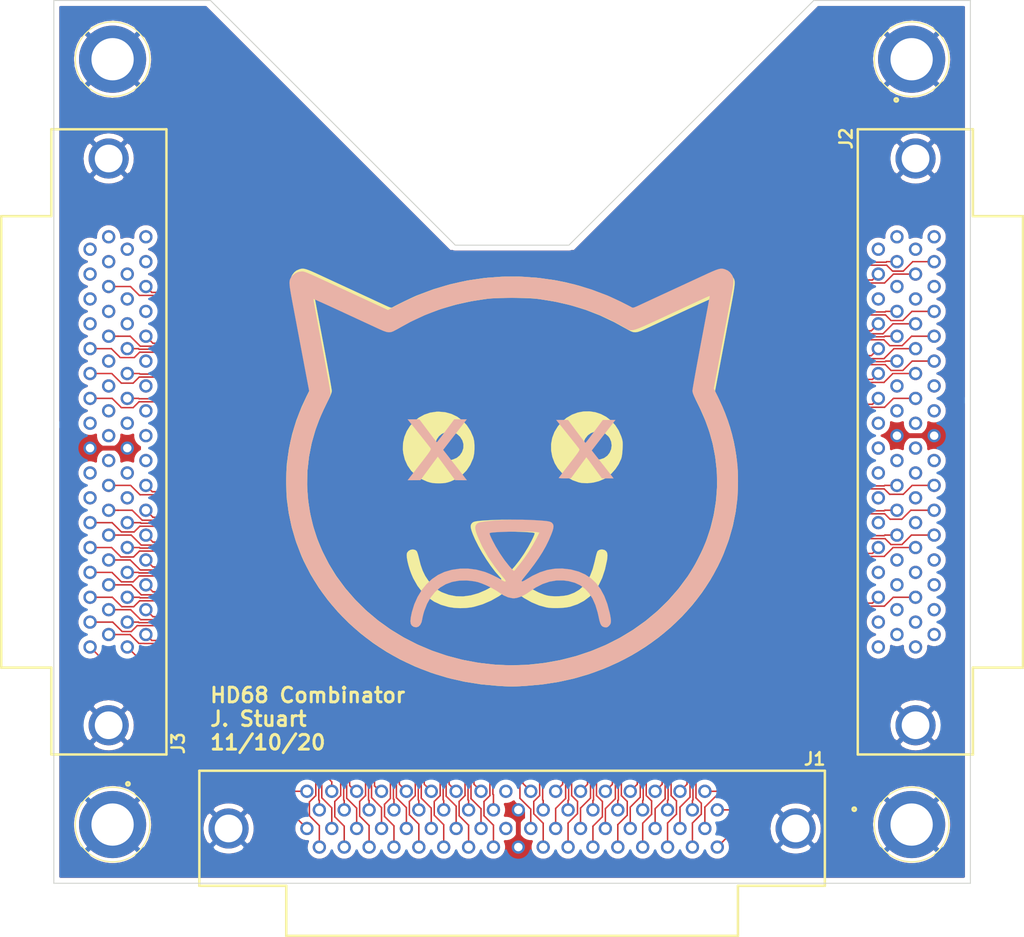
<source format=kicad_pcb>
(kicad_pcb (version 20171130) (host pcbnew "(5.1.5)-3")
  (layers (0 F.Cu signal) (31 B.Cu signal) (34 B.Paste user) (35 F.Paste user) (36 B.SilkS user) (37 F.SilkS user) (38 B.Mask user) (39 F.Mask user) (44 Edge.Cuts user))
  (net 0 "")
  (net 1 /Z_P_1)
  (net 2 /Z_P_2)
  (net 3 /Z_P_3)
  (net 4 /Z_P_4)
  (net 5 /Z_P_5)
  (net 6 /Z_P_6)
  (net 7 /Z_P_7)
  (net 8 /Z_P_8)
  (net 9 /Z_P_9)
  (net 10 /Z_P_10)
  (net 11 /Z_P_11)
  (net 12 /Z_P_12)
  (net 13 /Z_P_13)
  (net 14 /Z_P_14)
  (net 15 /Z_P_15)
  (net 16 /Z_P_16)
  (net 17 /Z_GND)
  (net 18 "Net-(J1-Pad18)")
  (net 19 /Z_P_17)
  (net 20 /Z_P_18)
  (net 21 /Z_P_19)
  (net 22 /Z_P_20)
  (net 23 /Z_P_21)
  (net 24 /Z_P_22)
  (net 25 /Z_P_23)
  (net 26 /Z_P_24)
  (net 27 /Z_P_25)
  (net 28 /Z_P_26)
  (net 29 /Z_P_27)
  (net 30 /Z_P_28)
  (net 31 /Z_P_29)
  (net 32 /Z_P_30)
  (net 33 /Z_P_31)
  (net 34 /Z_P_32)
  (net 35 /Z_N_1)
  (net 36 /Z_N_2)
  (net 37 /Z_N_3)
  (net 38 /Z_N_4)
  (net 39 /Z_N_5)
  (net 40 /Z_N_6)
  (net 41 /Z_N_7)
  (net 42 /Z_N_8)
  (net 43 /Z_N_9)
  (net 44 /Z_N_10)
  (net 45 /Z_N_11)
  (net 46 /Z_N_12)
  (net 47 /Z_N_13)
  (net 48 /Z_N_14)
  (net 49 /Z_N_15)
  (net 50 /Z_N_16)
  (net 51 "Net-(J1-Pad52)")
  (net 52 /Z_N_17)
  (net 53 /Z_N_18)
  (net 54 /Z_N_19)
  (net 55 /Z_N_20)
  (net 56 /Z_N_21)
  (net 57 /Z_N_22)
  (net 58 /Z_N_23)
  (net 59 /Z_N_24)
  (net 60 /Z_N_25)
  (net 61 /Z_N_26)
  (net 62 /Z_N_27)
  (net 63 /Z_N_28)
  (net 64 /Z_N_29)
  (net 65 /Z_N_30)
  (net 66 /Z_N_31)
  (net 67 /Z_N_32)
  (net 68 GND)
  (net 69 "Net-(J2-Pad68)")
  (net 70 "Net-(J2-Pad67)")
  (net 71 "Net-(J2-Pad66)")
  (net 72 "Net-(J2-Pad65)")
  (net 73 "Net-(J2-Pad63)")
  (net 74 "Net-(J2-Pad62)")
  (net 75 "Net-(J2-Pad61)")
  (net 76 "Net-(J2-Pad58)")
  (net 77 "Net-(J2-Pad56)")
  (net 78 "Net-(J2-Pad54)")
  (net 79 "Net-(J2-Pad53)")
  (net 80 "Net-(J2-Pad52)")
  (net 81 "Net-(J2-Pad50)")
  (net 82 "Net-(J2-Pad49)")
  (net 83 "Net-(J2-Pad47)")
  (net 84 "Net-(J2-Pad40)")
  (net 85 "Net-(J2-Pad39)")
  (net 86 "Net-(J2-Pad36)")
  (net 87 "Net-(J2-Pad35)")
  (net 88 "Net-(J2-Pad34)")
  (net 89 "Net-(J2-Pad33)")
  (net 90 "Net-(J2-Pad32)")
  (net 91 "Net-(J2-Pad31)")
  (net 92 "Net-(J2-Pad29)")
  (net 93 "Net-(J2-Pad28)")
  (net 94 "Net-(J2-Pad27)")
  (net 95 "Net-(J2-Pad24)")
  (net 96 "Net-(J2-Pad22)")
  (net 97 "Net-(J2-Pad20)")
  (net 98 "Net-(J2-Pad19)")
  (net 99 "Net-(J2-Pad18)")
  (net 100 "Net-(J2-Pad16)")
  (net 101 "Net-(J2-Pad15)")
  (net 102 "Net-(J2-Pad13)")
  (net 103 "Net-(J2-Pad6)")
  (net 104 "Net-(J2-Pad5)")
  (net 105 "Net-(J2-Pad2)")
  (net 106 "Net-(J2-Pad1)")
  (net 107 "Net-(J3-Pad13)")
  (net 108 "Net-(J3-Pad15)")
  (net 109 "Net-(J3-Pad16)")
  (net 110 "Net-(J3-Pad18)")
  (net 111 "Net-(J3-Pad19)")
  (net 112 "Net-(J3-Pad20)")
  (net 113 "Net-(J3-Pad22)")
  (net 114 "Net-(J3-Pad24)")
  (net 115 "Net-(J3-Pad27)")
  (net 116 "Net-(J3-Pad28)")
  (net 117 "Net-(J3-Pad29)")
  (net 118 "Net-(J3-Pad31)")
  (net 119 "Net-(J3-Pad32)")
  (net 120 "Net-(J3-Pad33)")
  (net 121 "Net-(J3-Pad34)")
  (net 122 "Net-(J3-Pad47)")
  (net 123 "Net-(J3-Pad49)")
  (net 124 "Net-(J3-Pad50)")
  (net 125 "Net-(J3-Pad52)")
  (net 126 "Net-(J3-Pad53)")
  (net 127 "Net-(J3-Pad54)")
  (net 128 "Net-(J3-Pad56)")
  (net 129 "Net-(J3-Pad58)")
  (net 130 "Net-(J3-Pad61)")
  (net 131 "Net-(J3-Pad62)")
  (net 132 "Net-(J3-Pad63)")
  (net 133 "Net-(J3-Pad65)")
  (net 134 "Net-(J3-Pad66)")
  (net 135 "Net-(J3-Pad67)")
  (net 136 "Net-(J3-Pad68)")
  (module ElectrodeFilterAdapters:deadcat (layer B.Cu) (at 124.9 93.1 180)
    (fp_text reference G*** hide)
    (fp_text value LOGO hide)
  )
  (module ElectrodeFilterAdapters:livecat (layer F.Cu) (at 124.9 93.1)
    (fp_text reference G*** hide)
    (fp_text value LOGO hide)
  )
  (module ElectrodeFilterAdapters:MountingHole_8-32 (layer F.Cu) (at 84.1 50.4)
    (fp_text reference REF** hide)
    (fp_text value MountingHole_8-32)
    (pad 1 thru_hole circle (at 0 0) (size 6.858 6.858) (drill 4.318) (layers *.Cu *.Mask) (net 68 GND))
  )
  (module ElectrodeFilterAdapters:MountingHole_8-32 (layer F.Cu) (at 165.7 50.4)
    (fp_text reference REF** hide)
    (fp_text value MountingHole_8-32)
    (pad 1 thru_hole circle (at 0 0) (size 6.858 6.858) (drill 4.318) (layers *.Cu *.Mask) (net 68 GND))
  )
  (module ElectrodeFilterAdapters:MountingHole_8-32 (layer F.Cu) (at 165.7 128.6)
    (fp_text reference REF** hide)
    (fp_text value MountingHole_8-32)
    (pad 1 thru_hole circle (at 0 0) (size 6.858 6.858) (drill 4.318) (layers *.Cu *.Mask) (net 68 GND))
  )
  (module ElectrodeFilterAdapters:MountingHole_8-32 (layer F.Cu) (at 84.1 128.6)
    (fp_text reference REF** hide)
    (fp_text value MountingHole_8-32)
    (pad 1 thru_hole circle (at 0 0) (size 6.858 6.858) (drill 4.318) (layers *.Cu *.Mask) (net 68 GND))
  )
  (module ElectrodeFilterAdapters:5787082-7_1 (layer F.Cu) (at 124.9 129)
    (fp_text reference J1 (at 30.9 -7.1) (layer F.SilkS) (effects (font (size 1.27 1.27) (thickness 0.254))))
    (fp_text value HD68 hide)
    (pad 1 thru_hole circle (at 20.955 -1.9) (size 1.36 1.36) (drill 0.86) (layers *.Cu *.Mask) (net 1 /Z_P_1))
    (pad 2 thru_hole circle (at 19.685 -3.8) (size 1.36 1.36) (drill 0.86) (layers *.Cu *.Mask) (net 2 /Z_P_2))
    (pad 3 thru_hole circle (at 18.415 -1.9) (size 1.36 1.36) (drill 0.86) (layers *.Cu *.Mask) (net 3 /Z_P_3))
    (pad 4 thru_hole circle (at 17.145 -3.8) (size 1.36 1.36) (drill 0.86) (layers *.Cu *.Mask) (net 4 /Z_P_4))
    (pad 5 thru_hole circle (at 15.875 -1.9) (size 1.36 1.36) (drill 0.86) (layers *.Cu *.Mask) (net 5 /Z_P_5))
    (pad 6 thru_hole circle (at 14.605 -3.8) (size 1.36 1.36) (drill 0.86) (layers *.Cu *.Mask) (net 6 /Z_P_6))
    (pad 7 thru_hole circle (at 13.335 -1.9) (size 1.36 1.36) (drill 0.86) (layers *.Cu *.Mask) (net 7 /Z_P_7))
    (pad 8 thru_hole circle (at 12.065 -3.8) (size 1.36 1.36) (drill 0.86) (layers *.Cu *.Mask) (net 8 /Z_P_8))
    (pad 9 thru_hole circle (at 10.795 -1.9) (size 1.36 1.36) (drill 0.86) (layers *.Cu *.Mask) (net 9 /Z_P_9))
    (pad 10 thru_hole circle (at 9.525 -3.8) (size 1.36 1.36) (drill 0.86) (layers *.Cu *.Mask) (net 10 /Z_P_10))
    (pad 11 thru_hole circle (at 8.255 -1.9) (size 1.36 1.36) (drill 0.86) (layers *.Cu *.Mask) (net 11 /Z_P_11))
    (pad 12 thru_hole circle (at 6.985 -3.8) (size 1.36 1.36) (drill 0.86) (layers *.Cu *.Mask) (net 12 /Z_P_12))
    (pad 13 thru_hole circle (at 5.715 -1.9) (size 1.36 1.36) (drill 0.86) (layers *.Cu *.Mask) (net 13 /Z_P_13))
    (pad 14 thru_hole circle (at 4.445 -3.8) (size 1.36 1.36) (drill 0.86) (layers *.Cu *.Mask) (net 14 /Z_P_14))
    (pad 15 thru_hole circle (at 3.175 -1.9) (size 1.36 1.36) (drill 0.86) (layers *.Cu *.Mask) (net 15 /Z_P_15))
    (pad 16 thru_hole circle (at 1.905 -3.8) (size 1.36 1.36) (drill 0.86) (layers *.Cu *.Mask) (net 16 /Z_P_16))
    (pad 17 thru_hole circle (at 0.635 -1.9) (size 1.36 1.36) (drill 0.86) (layers *.Cu *.Mask) (net 17 /Z_GND))
    (pad 18 thru_hole circle (at -0.635 -3.8) (size 1.36 1.36) (drill 0.86) (layers *.Cu *.Mask) (net 18 "Net-(J1-Pad18)"))
    (pad 19 thru_hole circle (at -1.905 -1.9) (size 1.36 1.36) (drill 0.86) (layers *.Cu *.Mask) (net 19 /Z_P_17))
    (pad 20 thru_hole circle (at -3.175 -3.8) (size 1.36 1.36) (drill 0.86) (layers *.Cu *.Mask) (net 20 /Z_P_18))
    (pad 21 thru_hole circle (at -4.445 -1.9) (size 1.36 1.36) (drill 0.86) (layers *.Cu *.Mask) (net 21 /Z_P_19))
    (pad 22 thru_hole circle (at -5.715 -3.8) (size 1.36 1.36) (drill 0.86) (layers *.Cu *.Mask) (net 22 /Z_P_20))
    (pad 23 thru_hole circle (at -6.985 -1.9) (size 1.36 1.36) (drill 0.86) (layers *.Cu *.Mask) (net 23 /Z_P_21))
    (pad 24 thru_hole circle (at -8.255 -3.8) (size 1.36 1.36) (drill 0.86) (layers *.Cu *.Mask) (net 24 /Z_P_22))
    (pad 25 thru_hole circle (at -9.525 -1.9) (size 1.36 1.36) (drill 0.86) (layers *.Cu *.Mask) (net 25 /Z_P_23))
    (pad 26 thru_hole circle (at -10.795 -3.8) (size 1.36 1.36) (drill 0.86) (layers *.Cu *.Mask) (net 26 /Z_P_24))
    (pad 27 thru_hole circle (at -12.065 -1.9) (size 1.36 1.36) (drill 0.86) (layers *.Cu *.Mask) (net 27 /Z_P_25))
    (pad 28 thru_hole circle (at -13.335 -3.8) (size 1.36 1.36) (drill 0.86) (layers *.Cu *.Mask) (net 28 /Z_P_26))
    (pad 29 thru_hole circle (at -14.605 -1.9) (size 1.36 1.36) (drill 0.86) (layers *.Cu *.Mask) (net 29 /Z_P_27))
    (pad 30 thru_hole circle (at -15.875 -3.8) (size 1.36 1.36) (drill 0.86) (layers *.Cu *.Mask) (net 30 /Z_P_28))
    (pad 31 thru_hole circle (at -17.145 -1.9) (size 1.36 1.36) (drill 0.86) (layers *.Cu *.Mask) (net 31 /Z_P_29))
    (pad 32 thru_hole circle (at -18.415 -3.8) (size 1.36 1.36) (drill 0.86) (layers *.Cu *.Mask) (net 32 /Z_P_30))
    (pad 33 thru_hole circle (at -19.685 -1.9) (size 1.36 1.36) (drill 0.86) (layers *.Cu *.Mask) (net 33 /Z_P_31))
    (pad 34 thru_hole circle (at -20.955 -3.8) (size 1.36 1.36) (drill 0.86) (layers *.Cu *.Mask) (net 34 /Z_P_32))
    (pad 35 thru_hole circle (at 20.955 1.9) (size 1.36 1.36) (drill 0.86) (layers *.Cu *.Mask) (net 35 /Z_N_1))
    (pad 36 thru_hole circle (at 19.685 0) (size 1.36 1.36) (drill 0.86) (layers *.Cu *.Mask) (net 36 /Z_N_2))
    (pad 37 thru_hole circle (at 18.415 1.9) (size 1.36 1.36) (drill 0.86) (layers *.Cu *.Mask) (net 37 /Z_N_3))
    (pad 38 thru_hole circle (at 17.145 0) (size 1.36 1.36) (drill 0.86) (layers *.Cu *.Mask) (net 38 /Z_N_4))
    (pad 39 thru_hole circle (at 15.875 1.9) (size 1.36 1.36) (drill 0.86) (layers *.Cu *.Mask) (net 39 /Z_N_5))
    (pad 40 thru_hole circle (at 14.605 0) (size 1.36 1.36) (drill 0.86) (layers *.Cu *.Mask) (net 40 /Z_N_6))
    (pad 41 thru_hole circle (at 13.335 1.9) (size 1.36 1.36) (drill 0.86) (layers *.Cu *.Mask) (net 41 /Z_N_7))
    (pad 42 thru_hole circle (at 12.065 0) (size 1.36 1.36) (drill 0.86) (layers *.Cu *.Mask) (net 42 /Z_N_8))
    (pad 43 thru_hole circle (at 10.795 1.9) (size 1.36 1.36) (drill 0.86) (layers *.Cu *.Mask) (net 43 /Z_N_9))
    (pad 44 thru_hole circle (at 9.525 0) (size 1.36 1.36) (drill 0.86) (layers *.Cu *.Mask) (net 44 /Z_N_10))
    (pad 45 thru_hole circle (at 8.255 1.9) (size 1.36 1.36) (drill 0.86) (layers *.Cu *.Mask) (net 45 /Z_N_11))
    (pad 46 thru_hole circle (at 6.985 0) (size 1.36 1.36) (drill 0.86) (layers *.Cu *.Mask) (net 46 /Z_N_12))
    (pad 47 thru_hole circle (at 5.715 1.9) (size 1.36 1.36) (drill 0.86) (layers *.Cu *.Mask) (net 47 /Z_N_13))
    (pad 48 thru_hole circle (at 4.445 0) (size 1.36 1.36) (drill 0.86) (layers *.Cu *.Mask) (net 48 /Z_N_14))
    (pad 49 thru_hole circle (at 3.175 1.9) (size 1.36 1.36) (drill 0.86) (layers *.Cu *.Mask) (net 49 /Z_N_15))
    (pad 50 thru_hole circle (at 1.905 0) (size 1.36 1.36) (drill 0.86) (layers *.Cu *.Mask) (net 50 /Z_N_16))
    (pad 51 thru_hole circle (at 0.635 1.9) (size 1.36 1.36) (drill 0.86) (layers *.Cu *.Mask) (net 17 /Z_GND))
    (pad 52 thru_hole circle (at -0.635 0) (size 1.36 1.36) (drill 0.86) (layers *.Cu *.Mask) (net 51 "Net-(J1-Pad52)"))
    (pad 53 thru_hole circle (at -1.905 1.9) (size 1.36 1.36) (drill 0.86) (layers *.Cu *.Mask) (net 52 /Z_N_17))
    (pad 54 thru_hole circle (at -3.175 0) (size 1.36 1.36) (drill 0.86) (layers *.Cu *.Mask) (net 53 /Z_N_18))
    (pad 55 thru_hole circle (at -4.445 1.9) (size 1.36 1.36) (drill 0.86) (layers *.Cu *.Mask) (net 54 /Z_N_19))
    (pad 56 thru_hole circle (at -5.715 0) (size 1.36 1.36) (drill 0.86) (layers *.Cu *.Mask) (net 55 /Z_N_20))
    (pad 57 thru_hole circle (at -6.985 1.9) (size 1.36 1.36) (drill 0.86) (layers *.Cu *.Mask) (net 56 /Z_N_21))
    (pad 58 thru_hole circle (at -8.255 0) (size 1.36 1.36) (drill 0.86) (layers *.Cu *.Mask) (net 57 /Z_N_22))
    (pad 59 thru_hole circle (at -9.525 1.9) (size 1.36 1.36) (drill 0.86) (layers *.Cu *.Mask) (net 58 /Z_N_23))
    (pad 60 thru_hole circle (at -10.795 0) (size 1.36 1.36) (drill 0.86) (layers *.Cu *.Mask) (net 59 /Z_N_24))
    (pad 61 thru_hole circle (at -12.065 1.9) (size 1.36 1.36) (drill 0.86) (layers *.Cu *.Mask) (net 60 /Z_N_25))
    (pad 62 thru_hole circle (at -13.335 0) (size 1.36 1.36) (drill 0.86) (layers *.Cu *.Mask) (net 61 /Z_N_26))
    (pad 63 thru_hole circle (at -14.605 1.9) (size 1.36 1.36) (drill 0.86) (layers *.Cu *.Mask) (net 62 /Z_N_27))
    (pad 64 thru_hole circle (at -15.875 0) (size 1.36 1.36) (drill 0.86) (layers *.Cu *.Mask) (net 63 /Z_N_28))
    (pad 65 thru_hole circle (at -17.145 1.9) (size 1.36 1.36) (drill 0.86) (layers *.Cu *.Mask) (net 64 /Z_N_29))
    (pad 66 thru_hole circle (at -18.415 0) (size 1.36 1.36) (drill 0.86) (layers *.Cu *.Mask) (net 65 /Z_N_30))
    (pad 67 thru_hole circle (at -19.685 1.9) (size 1.36 1.36) (drill 0.86) (layers *.Cu *.Mask) (net 66 /Z_N_31))
    (pad 68 thru_hole circle (at -20.955 0) (size 1.36 1.36) (drill 0.86) (layers *.Cu *.Mask) (net 67 /Z_N_32))
    (pad 69 thru_hole circle (at -28.955 0) (size 4.1 4.1) (drill 2.83) (layers *.Cu *.Mask) (net 68 GND))
    (pad 70 thru_hole circle (at 28.955 0) (size 4.1 4.1) (drill 2.83) (layers *.Cu *.Mask) (net 68 GND))
  )
  (module ElectrodeFilterAdapters:5787082-7_1 (layer F.Cu) (at 166.1 89.5 90)
    (fp_text reference J2 (at 31 -7.1 90) (layer F.SilkS) (effects (font (size 1.27 1.27) (thickness 0.254))))
    (fp_text value HD68 hide)
    (pad 70 thru_hole circle (at 28.955 0 90) (size 4.1 4.1) (drill 2.83) (layers *.Cu *.Mask) (net 68 GND))
    (pad 69 thru_hole circle (at -28.955 0 90) (size 4.1 4.1) (drill 2.83) (layers *.Cu *.Mask) (net 68 GND))
    (pad 68 thru_hole circle (at -20.955 0 90) (size 1.36 1.36) (drill 0.86) (layers *.Cu *.Mask) (net 69 "Net-(J2-Pad68)"))
    (pad 67 thru_hole circle (at -19.685 1.9 90) (size 1.36 1.36) (drill 0.86) (layers *.Cu *.Mask) (net 70 "Net-(J2-Pad67)"))
    (pad 66 thru_hole circle (at -18.415 0 90) (size 1.36 1.36) (drill 0.86) (layers *.Cu *.Mask) (net 71 "Net-(J2-Pad66)"))
    (pad 65 thru_hole circle (at -17.145 1.9 90) (size 1.36 1.36) (drill 0.86) (layers *.Cu *.Mask) (net 72 "Net-(J2-Pad65)"))
    (pad 64 thru_hole circle (at -15.875 0 90) (size 1.36 1.36) (drill 0.86) (layers *.Cu *.Mask) (net 35 /Z_N_1))
    (pad 63 thru_hole circle (at -14.605 1.9 90) (size 1.36 1.36) (drill 0.86) (layers *.Cu *.Mask) (net 73 "Net-(J2-Pad63)"))
    (pad 62 thru_hole circle (at -13.335 0 90) (size 1.36 1.36) (drill 0.86) (layers *.Cu *.Mask) (net 74 "Net-(J2-Pad62)"))
    (pad 61 thru_hole circle (at -12.065 1.9 90) (size 1.36 1.36) (drill 0.86) (layers *.Cu *.Mask) (net 75 "Net-(J2-Pad61)"))
    (pad 60 thru_hole circle (at -10.795 0 90) (size 1.36 1.36) (drill 0.86) (layers *.Cu *.Mask) (net 36 /Z_N_2))
    (pad 59 thru_hole circle (at -9.525 1.9 90) (size 1.36 1.36) (drill 0.86) (layers *.Cu *.Mask) (net 37 /Z_N_3))
    (pad 58 thru_hole circle (at -8.255 0 90) (size 1.36 1.36) (drill 0.86) (layers *.Cu *.Mask) (net 76 "Net-(J2-Pad58)"))
    (pad 57 thru_hole circle (at -6.985 1.9 90) (size 1.36 1.36) (drill 0.86) (layers *.Cu *.Mask) (net 38 /Z_N_4))
    (pad 56 thru_hole circle (at -5.715 0 90) (size 1.36 1.36) (drill 0.86) (layers *.Cu *.Mask) (net 77 "Net-(J2-Pad56)"))
    (pad 55 thru_hole circle (at -4.445 1.9 90) (size 1.36 1.36) (drill 0.86) (layers *.Cu *.Mask) (net 39 /Z_N_5))
    (pad 54 thru_hole circle (at -3.175 0 90) (size 1.36 1.36) (drill 0.86) (layers *.Cu *.Mask) (net 78 "Net-(J2-Pad54)"))
    (pad 53 thru_hole circle (at -1.905 1.9 90) (size 1.36 1.36) (drill 0.86) (layers *.Cu *.Mask) (net 79 "Net-(J2-Pad53)"))
    (pad 52 thru_hole circle (at -0.635 0 90) (size 1.36 1.36) (drill 0.86) (layers *.Cu *.Mask) (net 80 "Net-(J2-Pad52)"))
    (pad 51 thru_hole circle (at 0.635 1.9 90) (size 1.36 1.36) (drill 0.86) (layers *.Cu *.Mask) (net 17 /Z_GND))
    (pad 50 thru_hole circle (at 1.905 0 90) (size 1.36 1.36) (drill 0.86) (layers *.Cu *.Mask) (net 81 "Net-(J2-Pad50)"))
    (pad 49 thru_hole circle (at 3.175 1.9 90) (size 1.36 1.36) (drill 0.86) (layers *.Cu *.Mask) (net 82 "Net-(J2-Pad49)"))
    (pad 48 thru_hole circle (at 4.445 0 90) (size 1.36 1.36) (drill 0.86) (layers *.Cu *.Mask) (net 40 /Z_N_6))
    (pad 47 thru_hole circle (at 5.715 1.9 90) (size 1.36 1.36) (drill 0.86) (layers *.Cu *.Mask) (net 83 "Net-(J2-Pad47)"))
    (pad 46 thru_hole circle (at 6.985 0 90) (size 1.36 1.36) (drill 0.86) (layers *.Cu *.Mask) (net 41 /Z_N_7))
    (pad 45 thru_hole circle (at 8.255 1.9 90) (size 1.36 1.36) (drill 0.86) (layers *.Cu *.Mask) (net 42 /Z_N_8))
    (pad 44 thru_hole circle (at 9.525 0 90) (size 1.36 1.36) (drill 0.86) (layers *.Cu *.Mask) (net 43 /Z_N_9))
    (pad 43 thru_hole circle (at 10.795 1.9 90) (size 1.36 1.36) (drill 0.86) (layers *.Cu *.Mask) (net 44 /Z_N_10))
    (pad 42 thru_hole circle (at 12.065 0 90) (size 1.36 1.36) (drill 0.86) (layers *.Cu *.Mask) (net 45 /Z_N_11))
    (pad 41 thru_hole circle (at 13.335 1.9 90) (size 1.36 1.36) (drill 0.86) (layers *.Cu *.Mask) (net 46 /Z_N_12))
    (pad 40 thru_hole circle (at 14.605 0 90) (size 1.36 1.36) (drill 0.86) (layers *.Cu *.Mask) (net 84 "Net-(J2-Pad40)"))
    (pad 39 thru_hole circle (at 15.875 1.9 90) (size 1.36 1.36) (drill 0.86) (layers *.Cu *.Mask) (net 85 "Net-(J2-Pad39)"))
    (pad 38 thru_hole circle (at 17.145 0 90) (size 1.36 1.36) (drill 0.86) (layers *.Cu *.Mask) (net 47 /Z_N_13))
    (pad 37 thru_hole circle (at 18.415 1.9 90) (size 1.36 1.36) (drill 0.86) (layers *.Cu *.Mask) (net 48 /Z_N_14))
    (pad 36 thru_hole circle (at 19.685 0 90) (size 1.36 1.36) (drill 0.86) (layers *.Cu *.Mask) (net 86 "Net-(J2-Pad36)"))
    (pad 35 thru_hole circle (at 20.955 1.9 90) (size 1.36 1.36) (drill 0.86) (layers *.Cu *.Mask) (net 87 "Net-(J2-Pad35)"))
    (pad 34 thru_hole circle (at -20.955 -3.8 90) (size 1.36 1.36) (drill 0.86) (layers *.Cu *.Mask) (net 88 "Net-(J2-Pad34)"))
    (pad 33 thru_hole circle (at -19.685 -1.9 90) (size 1.36 1.36) (drill 0.86) (layers *.Cu *.Mask) (net 89 "Net-(J2-Pad33)"))
    (pad 32 thru_hole circle (at -18.415 -3.8 90) (size 1.36 1.36) (drill 0.86) (layers *.Cu *.Mask) (net 90 "Net-(J2-Pad32)"))
    (pad 31 thru_hole circle (at -17.145 -1.9 90) (size 1.36 1.36) (drill 0.86) (layers *.Cu *.Mask) (net 91 "Net-(J2-Pad31)"))
    (pad 30 thru_hole circle (at -15.875 -3.8 90) (size 1.36 1.36) (drill 0.86) (layers *.Cu *.Mask) (net 1 /Z_P_1))
    (pad 29 thru_hole circle (at -14.605 -1.9 90) (size 1.36 1.36) (drill 0.86) (layers *.Cu *.Mask) (net 92 "Net-(J2-Pad29)"))
    (pad 28 thru_hole circle (at -13.335 -3.8 90) (size 1.36 1.36) (drill 0.86) (layers *.Cu *.Mask) (net 93 "Net-(J2-Pad28)"))
    (pad 27 thru_hole circle (at -12.065 -1.9 90) (size 1.36 1.36) (drill 0.86) (layers *.Cu *.Mask) (net 94 "Net-(J2-Pad27)"))
    (pad 26 thru_hole circle (at -10.795 -3.8 90) (size 1.36 1.36) (drill 0.86) (layers *.Cu *.Mask) (net 2 /Z_P_2))
    (pad 25 thru_hole circle (at -9.525 -1.9 90) (size 1.36 1.36) (drill 0.86) (layers *.Cu *.Mask) (net 3 /Z_P_3))
    (pad 24 thru_hole circle (at -8.255 -3.8 90) (size 1.36 1.36) (drill 0.86) (layers *.Cu *.Mask) (net 95 "Net-(J2-Pad24)"))
    (pad 23 thru_hole circle (at -6.985 -1.9 90) (size 1.36 1.36) (drill 0.86) (layers *.Cu *.Mask) (net 4 /Z_P_4))
    (pad 22 thru_hole circle (at -5.715 -3.8 90) (size 1.36 1.36) (drill 0.86) (layers *.Cu *.Mask) (net 96 "Net-(J2-Pad22)"))
    (pad 21 thru_hole circle (at -4.445 -1.9 90) (size 1.36 1.36) (drill 0.86) (layers *.Cu *.Mask) (net 5 /Z_P_5))
    (pad 20 thru_hole circle (at -3.175 -3.8 90) (size 1.36 1.36) (drill 0.86) (layers *.Cu *.Mask) (net 97 "Net-(J2-Pad20)"))
    (pad 19 thru_hole circle (at -1.905 -1.9 90) (size 1.36 1.36) (drill 0.86) (layers *.Cu *.Mask) (net 98 "Net-(J2-Pad19)"))
    (pad 18 thru_hole circle (at -0.635 -3.8 90) (size 1.36 1.36) (drill 0.86) (layers *.Cu *.Mask) (net 99 "Net-(J2-Pad18)"))
    (pad 17 thru_hole circle (at 0.635 -1.9 90) (size 1.36 1.36) (drill 0.86) (layers *.Cu *.Mask) (net 17 /Z_GND))
    (pad 16 thru_hole circle (at 1.905 -3.8 90) (size 1.36 1.36) (drill 0.86) (layers *.Cu *.Mask) (net 100 "Net-(J2-Pad16)"))
    (pad 15 thru_hole circle (at 3.175 -1.9 90) (size 1.36 1.36) (drill 0.86) (layers *.Cu *.Mask) (net 101 "Net-(J2-Pad15)"))
    (pad 14 thru_hole circle (at 4.445 -3.8 90) (size 1.36 1.36) (drill 0.86) (layers *.Cu *.Mask) (net 6 /Z_P_6))
    (pad 13 thru_hole circle (at 5.715 -1.9 90) (size 1.36 1.36) (drill 0.86) (layers *.Cu *.Mask) (net 102 "Net-(J2-Pad13)"))
    (pad 12 thru_hole circle (at 6.985 -3.8 90) (size 1.36 1.36) (drill 0.86) (layers *.Cu *.Mask) (net 7 /Z_P_7))
    (pad 11 thru_hole circle (at 8.255 -1.9 90) (size 1.36 1.36) (drill 0.86) (layers *.Cu *.Mask) (net 8 /Z_P_8))
    (pad 10 thru_hole circle (at 9.525 -3.8 90) (size 1.36 1.36) (drill 0.86) (layers *.Cu *.Mask) (net 9 /Z_P_9))
    (pad 9 thru_hole circle (at 10.795 -1.9 90) (size 1.36 1.36) (drill 0.86) (layers *.Cu *.Mask) (net 10 /Z_P_10))
    (pad 8 thru_hole circle (at 12.065 -3.8 90) (size 1.36 1.36) (drill 0.86) (layers *.Cu *.Mask) (net 11 /Z_P_11))
    (pad 7 thru_hole circle (at 13.335 -1.9 90) (size 1.36 1.36) (drill 0.86) (layers *.Cu *.Mask) (net 12 /Z_P_12))
    (pad 6 thru_hole circle (at 14.605 -3.8 90) (size 1.36 1.36) (drill 0.86) (layers *.Cu *.Mask) (net 103 "Net-(J2-Pad6)"))
    (pad 5 thru_hole circle (at 15.875 -1.9 90) (size 1.36 1.36) (drill 0.86) (layers *.Cu *.Mask) (net 104 "Net-(J2-Pad5)"))
    (pad 4 thru_hole circle (at 17.145 -3.8 90) (size 1.36 1.36) (drill 0.86) (layers *.Cu *.Mask) (net 13 /Z_P_13))
    (pad 3 thru_hole circle (at 18.415 -1.9 90) (size 1.36 1.36) (drill 0.86) (layers *.Cu *.Mask) (net 14 /Z_P_14))
    (pad 2 thru_hole circle (at 19.685 -3.8 90) (size 1.36 1.36) (drill 0.86) (layers *.Cu *.Mask) (net 105 "Net-(J2-Pad2)"))
    (pad 1 thru_hole circle (at 20.955 -1.9 90) (size 1.36 1.36) (drill 0.86) (layers *.Cu *.Mask) (net 106 "Net-(J2-Pad1)"))
  )
  (module ElectrodeFilterAdapters:5787082-7_1 (layer F.Cu) (at 83.7 89.5 270)
    (fp_text reference J3 (at 30.8 -7.1 90) (layer F.SilkS) (effects (font (size 1.27 1.27) (thickness 0.254))))
    (fp_text value HD68 hide)
    (pad 1 thru_hole circle (at 20.955 -1.9 270) (size 1.36 1.36) (drill 0.86) (layers *.Cu *.Mask) (net 34 /Z_P_32))
    (pad 2 thru_hole circle (at 19.685 -3.8 270) (size 1.36 1.36) (drill 0.86) (layers *.Cu *.Mask) (net 33 /Z_P_31))
    (pad 3 thru_hole circle (at 18.415 -1.9 270) (size 1.36 1.36) (drill 0.86) (layers *.Cu *.Mask) (net 32 /Z_P_30))
    (pad 4 thru_hole circle (at 17.145 -3.8 270) (size 1.36 1.36) (drill 0.86) (layers *.Cu *.Mask) (net 31 /Z_P_29))
    (pad 5 thru_hole circle (at 15.875 -1.9 270) (size 1.36 1.36) (drill 0.86) (layers *.Cu *.Mask) (net 30 /Z_P_28))
    (pad 6 thru_hole circle (at 14.605 -3.8 270) (size 1.36 1.36) (drill 0.86) (layers *.Cu *.Mask) (net 29 /Z_P_27))
    (pad 7 thru_hole circle (at 13.335 -1.9 270) (size 1.36 1.36) (drill 0.86) (layers *.Cu *.Mask) (net 28 /Z_P_26))
    (pad 8 thru_hole circle (at 12.065 -3.8 270) (size 1.36 1.36) (drill 0.86) (layers *.Cu *.Mask) (net 27 /Z_P_25))
    (pad 9 thru_hole circle (at 10.795 -1.9 270) (size 1.36 1.36) (drill 0.86) (layers *.Cu *.Mask) (net 26 /Z_P_24))
    (pad 10 thru_hole circle (at 9.525 -3.8 270) (size 1.36 1.36) (drill 0.86) (layers *.Cu *.Mask) (net 25 /Z_P_23))
    (pad 11 thru_hole circle (at 8.255 -1.9 270) (size 1.36 1.36) (drill 0.86) (layers *.Cu *.Mask) (net 24 /Z_P_22))
    (pad 12 thru_hole circle (at 6.985 -3.8 270) (size 1.36 1.36) (drill 0.86) (layers *.Cu *.Mask) (net 23 /Z_P_21))
    (pad 13 thru_hole circle (at 5.715 -1.9 270) (size 1.36 1.36) (drill 0.86) (layers *.Cu *.Mask) (net 107 "Net-(J3-Pad13)"))
    (pad 14 thru_hole circle (at 4.445 -3.8 270) (size 1.36 1.36) (drill 0.86) (layers *.Cu *.Mask) (net 22 /Z_P_20))
    (pad 15 thru_hole circle (at 3.175 -1.9 270) (size 1.36 1.36) (drill 0.86) (layers *.Cu *.Mask) (net 108 "Net-(J3-Pad15)"))
    (pad 16 thru_hole circle (at 1.905 -3.8 270) (size 1.36 1.36) (drill 0.86) (layers *.Cu *.Mask) (net 109 "Net-(J3-Pad16)"))
    (pad 17 thru_hole circle (at 0.635 -1.9 270) (size 1.36 1.36) (drill 0.86) (layers *.Cu *.Mask) (net 17 /Z_GND))
    (pad 18 thru_hole circle (at -0.635 -3.8 270) (size 1.36 1.36) (drill 0.86) (layers *.Cu *.Mask) (net 110 "Net-(J3-Pad18)"))
    (pad 19 thru_hole circle (at -1.905 -1.9 270) (size 1.36 1.36) (drill 0.86) (layers *.Cu *.Mask) (net 111 "Net-(J3-Pad19)"))
    (pad 20 thru_hole circle (at -3.175 -3.8 270) (size 1.36 1.36) (drill 0.86) (layers *.Cu *.Mask) (net 112 "Net-(J3-Pad20)"))
    (pad 21 thru_hole circle (at -4.445 -1.9 270) (size 1.36 1.36) (drill 0.86) (layers *.Cu *.Mask) (net 21 /Z_P_19))
    (pad 22 thru_hole circle (at -5.715 -3.8 270) (size 1.36 1.36) (drill 0.86) (layers *.Cu *.Mask) (net 113 "Net-(J3-Pad22)"))
    (pad 23 thru_hole circle (at -6.985 -1.9 270) (size 1.36 1.36) (drill 0.86) (layers *.Cu *.Mask) (net 20 /Z_P_18))
    (pad 24 thru_hole circle (at -8.255 -3.8 270) (size 1.36 1.36) (drill 0.86) (layers *.Cu *.Mask) (net 114 "Net-(J3-Pad24)"))
    (pad 25 thru_hole circle (at -9.525 -1.9 270) (size 1.36 1.36) (drill 0.86) (layers *.Cu *.Mask) (net 19 /Z_P_17))
    (pad 26 thru_hole circle (at -10.795 -3.8 270) (size 1.36 1.36) (drill 0.86) (layers *.Cu *.Mask) (net 16 /Z_P_16))
    (pad 27 thru_hole circle (at -12.065 -1.9 270) (size 1.36 1.36) (drill 0.86) (layers *.Cu *.Mask) (net 115 "Net-(J3-Pad27)"))
    (pad 28 thru_hole circle (at -13.335 -3.8 270) (size 1.36 1.36) (drill 0.86) (layers *.Cu *.Mask) (net 116 "Net-(J3-Pad28)"))
    (pad 29 thru_hole circle (at -14.605 -1.9 270) (size 1.36 1.36) (drill 0.86) (layers *.Cu *.Mask) (net 117 "Net-(J3-Pad29)"))
    (pad 30 thru_hole circle (at -15.875 -3.8 270) (size 1.36 1.36) (drill 0.86) (layers *.Cu *.Mask) (net 15 /Z_P_15))
    (pad 31 thru_hole circle (at -17.145 -1.9 270) (size 1.36 1.36) (drill 0.86) (layers *.Cu *.Mask) (net 118 "Net-(J3-Pad31)"))
    (pad 32 thru_hole circle (at -18.415 -3.8 270) (size 1.36 1.36) (drill 0.86) (layers *.Cu *.Mask) (net 119 "Net-(J3-Pad32)"))
    (pad 33 thru_hole circle (at -19.685 -1.9 270) (size 1.36 1.36) (drill 0.86) (layers *.Cu *.Mask) (net 120 "Net-(J3-Pad33)"))
    (pad 34 thru_hole circle (at -20.955 -3.8 270) (size 1.36 1.36) (drill 0.86) (layers *.Cu *.Mask) (net 121 "Net-(J3-Pad34)"))
    (pad 35 thru_hole circle (at 20.955 1.9 270) (size 1.36 1.36) (drill 0.86) (layers *.Cu *.Mask) (net 67 /Z_N_32))
    (pad 36 thru_hole circle (at 19.685 0 270) (size 1.36 1.36) (drill 0.86) (layers *.Cu *.Mask) (net 66 /Z_N_31))
    (pad 37 thru_hole circle (at 18.415 1.9 270) (size 1.36 1.36) (drill 0.86) (layers *.Cu *.Mask) (net 65 /Z_N_30))
    (pad 38 thru_hole circle (at 17.145 0 270) (size 1.36 1.36) (drill 0.86) (layers *.Cu *.Mask) (net 64 /Z_N_29))
    (pad 39 thru_hole circle (at 15.875 1.9 270) (size 1.36 1.36) (drill 0.86) (layers *.Cu *.Mask) (net 63 /Z_N_28))
    (pad 40 thru_hole circle (at 14.605 0 270) (size 1.36 1.36) (drill 0.86) (layers *.Cu *.Mask) (net 62 /Z_N_27))
    (pad 41 thru_hole circle (at 13.335 1.9 270) (size 1.36 1.36) (drill 0.86) (layers *.Cu *.Mask) (net 61 /Z_N_26))
    (pad 42 thru_hole circle (at 12.065 0 270) (size 1.36 1.36) (drill 0.86) (layers *.Cu *.Mask) (net 60 /Z_N_25))
    (pad 43 thru_hole circle (at 10.795 1.9 270) (size 1.36 1.36) (drill 0.86) (layers *.Cu *.Mask) (net 59 /Z_N_24))
    (pad 44 thru_hole circle (at 9.525 0 270) (size 1.36 1.36) (drill 0.86) (layers *.Cu *.Mask) (net 58 /Z_N_23))
    (pad 45 thru_hole circle (at 8.255 1.9 270) (size 1.36 1.36) (drill 0.86) (layers *.Cu *.Mask) (net 57 /Z_N_22))
    (pad 46 thru_hole circle (at 6.985 0 270) (size 1.36 1.36) (drill 0.86) (layers *.Cu *.Mask) (net 56 /Z_N_21))
    (pad 47 thru_hole circle (at 5.715 1.9 270) (size 1.36 1.36) (drill 0.86) (layers *.Cu *.Mask) (net 122 "Net-(J3-Pad47)"))
    (pad 48 thru_hole circle (at 4.445 0 270) (size 1.36 1.36) (drill 0.86) (layers *.Cu *.Mask) (net 55 /Z_N_20))
    (pad 49 thru_hole circle (at 3.175 1.9 270) (size 1.36 1.36) (drill 0.86) (layers *.Cu *.Mask) (net 123 "Net-(J3-Pad49)"))
    (pad 50 thru_hole circle (at 1.905 0 270) (size 1.36 1.36) (drill 0.86) (layers *.Cu *.Mask) (net 124 "Net-(J3-Pad50)"))
    (pad 51 thru_hole circle (at 0.635 1.9 270) (size 1.36 1.36) (drill 0.86) (layers *.Cu *.Mask) (net 17 /Z_GND))
    (pad 52 thru_hole circle (at -0.635 0 270) (size 1.36 1.36) (drill 0.86) (layers *.Cu *.Mask) (net 125 "Net-(J3-Pad52)"))
    (pad 53 thru_hole circle (at -1.905 1.9 270) (size 1.36 1.36) (drill 0.86) (layers *.Cu *.Mask) (net 126 "Net-(J3-Pad53)"))
    (pad 54 thru_hole circle (at -3.175 0 270) (size 1.36 1.36) (drill 0.86) (layers *.Cu *.Mask) (net 127 "Net-(J3-Pad54)"))
    (pad 55 thru_hole circle (at -4.445 1.9 270) (size 1.36 1.36) (drill 0.86) (layers *.Cu *.Mask) (net 54 /Z_N_19))
    (pad 56 thru_hole circle (at -5.715 0 270) (size 1.36 1.36) (drill 0.86) (layers *.Cu *.Mask) (net 128 "Net-(J3-Pad56)"))
    (pad 57 thru_hole circle (at -6.985 1.9 270) (size 1.36 1.36) (drill 0.86) (layers *.Cu *.Mask) (net 53 /Z_N_18))
    (pad 58 thru_hole circle (at -8.255 0 270) (size 1.36 1.36) (drill 0.86) (layers *.Cu *.Mask) (net 129 "Net-(J3-Pad58)"))
    (pad 59 thru_hole circle (at -9.525 1.9 270) (size 1.36 1.36) (drill 0.86) (layers *.Cu *.Mask) (net 52 /Z_N_17))
    (pad 60 thru_hole circle (at -10.795 0 270) (size 1.36 1.36) (drill 0.86) (layers *.Cu *.Mask) (net 50 /Z_N_16))
    (pad 61 thru_hole circle (at -12.065 1.9 270) (size 1.36 1.36) (drill 0.86) (layers *.Cu *.Mask) (net 130 "Net-(J3-Pad61)"))
    (pad 62 thru_hole circle (at -13.335 0 270) (size 1.36 1.36) (drill 0.86) (layers *.Cu *.Mask) (net 131 "Net-(J3-Pad62)"))
    (pad 63 thru_hole circle (at -14.605 1.9 270) (size 1.36 1.36) (drill 0.86) (layers *.Cu *.Mask) (net 132 "Net-(J3-Pad63)"))
    (pad 64 thru_hole circle (at -15.875 0 270) (size 1.36 1.36) (drill 0.86) (layers *.Cu *.Mask) (net 49 /Z_N_15))
    (pad 65 thru_hole circle (at -17.145 1.9 270) (size 1.36 1.36) (drill 0.86) (layers *.Cu *.Mask) (net 133 "Net-(J3-Pad65)"))
    (pad 66 thru_hole circle (at -18.415 0 270) (size 1.36 1.36) (drill 0.86) (layers *.Cu *.Mask) (net 134 "Net-(J3-Pad66)"))
    (pad 67 thru_hole circle (at -19.685 1.9 270) (size 1.36 1.36) (drill 0.86) (layers *.Cu *.Mask) (net 135 "Net-(J3-Pad67)"))
    (pad 68 thru_hole circle (at -20.955 0 270) (size 1.36 1.36) (drill 0.86) (layers *.Cu *.Mask) (net 136 "Net-(J3-Pad68)"))
    (pad 69 thru_hole circle (at -28.955 0 270) (size 4.1 4.1) (drill 2.83) (layers *.Cu *.Mask) (net 68 GND))
    (pad 70 thru_hole circle (at 28.955 0 270) (size 4.1 4.1) (drill 2.83) (layers *.Cu *.Mask) (net 68 GND))
  )
  (gr_text "HD68 Combinator\nJ. Stuart\n11/10/20" (at 93.9 117.8) (layer F.SilkS) (effects (font (size 1.5 1.5) (thickness 0.3)) (justify left)))
  (gr_line (start 155.7 44.4) (end 171.7 44.4) (layer Edge.Cuts) (width 0.1))
  (gr_line (start 130.7 69.4) (end 155.7 44.4) (layer Edge.Cuts) (width 0.1))
  (gr_line (start 119.1 69.4) (end 130.7 69.4) (layer Edge.Cuts) (width 0.1))
  (gr_line (start 94.1 44.4) (end 119.1 69.4) (layer Edge.Cuts) (width 0.1))
  (gr_line (start 78.1 44.4) (end 94.1 44.4) (layer Edge.Cuts) (width 0.1))
  (gr_line (start 171.7 134.6) (end 171.7 44.4) (layer Edge.Cuts) (width 0.1))
  (gr_line (start 78.1 134.6) (end 171.7 134.6) (layer Edge.Cuts) (width 0.1))
  (gr_line (start 78.1 44.4) (end 78.1 134.6) (layer Edge.Cuts) (width 0.1))
  (segment (start 161.696209 105.978791) (end 162.3 105.375) (width 0.1524) (layer F.Cu) (net 1))
  (segment (start 159.09519 117.228744) (end 159.095191 107.473743) (width 0.1524) (layer F.Cu) (net 1))
  (segment (start 145.855 127.1) (end 149.223934 127.1) (width 0.1524) (layer F.Cu) (net 1))
  (segment (start 159.095191 107.473743) (end 160.590143 105.978791) (width 0.1524) (layer F.Cu) (net 1))
  (segment (start 149.223934 127.1) (end 159.09519 117.228744) (width 0.1524) (layer F.Cu) (net 1))
  (segment (start 160.590143 105.978791) (end 161.696209 105.978791) (width 0.1524) (layer F.Cu) (net 1))
  (segment (start 145.768934 125.2) (end 146.89519 124.073744) (width 0.1524) (layer F.Cu) (net 2))
  (segment (start 161.696209 100.898791) (end 162.3 100.295) (width 0.1524) (layer F.Cu) (net 2))
  (segment (start 144.585 125.2) (end 145.768934 125.2) (width 0.1524) (layer F.Cu) (net 2))
  (segment (start 146.895191 110.173743) (end 156.170143 100.898791) (width 0.1524) (layer F.Cu) (net 2))
  (segment (start 146.89519 124.073744) (end 146.895191 110.173743) (width 0.1524) (layer F.Cu) (net 2))
  (segment (start 156.170143 100.898791) (end 161.696209 100.898791) (width 0.1524) (layer F.Cu) (net 2))
  (segment (start 143.315 126.138335) (end 143.371589 126.081746) (width 0.1524) (layer F.Cu) (net 3))
  (segment (start 143.315 127.1) (end 143.315 126.138335) (width 0.1524) (layer F.Cu) (net 3))
  (segment (start 143.371589 126.081746) (end 143.37159 111.797344) (width 0.1524) (layer F.Cu) (net 3))
  (segment (start 143.37159 111.797344) (end 156.087345 99.081589) (width 0.1524) (layer F.Cu) (net 3))
  (segment (start 156.087345 99.081589) (end 162.9 99.081589) (width 0.1524) (layer F.Cu) (net 3))
  (segment (start 162.956589 99.025) (end 164.2 99.025) (width 0.1524) (layer F.Cu) (net 3))
  (segment (start 162.9 99.081589) (end 162.956589 99.025) (width 0.1524) (layer F.Cu) (net 3))
  (segment (start 142.045 125.2) (end 142.76197 124.48303) (width 0.1524) (layer F.Cu) (net 4))
  (segment (start 142.76197 124.48303) (end 142.761971 110.606963) (width 0.1524) (layer F.Cu) (net 4))
  (segment (start 142.761971 110.606963) (end 156.827345 96.541589) (width 0.1524) (layer F.Cu) (net 4))
  (segment (start 156.827345 96.541589) (end 162.9 96.541589) (width 0.1524) (layer F.Cu) (net 4))
  (segment (start 162.956589 96.485) (end 164.2 96.485) (width 0.1524) (layer F.Cu) (net 4))
  (segment (start 162.9 96.541589) (end 162.956589 96.485) (width 0.1524) (layer F.Cu) (net 4))
  (segment (start 140.775 126.138335) (end 140.831589 126.081746) (width 0.1524) (layer F.Cu) (net 5))
  (segment (start 140.775 127.1) (end 140.775 126.138335) (width 0.1524) (layer F.Cu) (net 5))
  (segment (start 140.831589 126.081746) (end 140.83159 110.637344) (width 0.1524) (layer F.Cu) (net 5))
  (segment (start 140.83159 110.637344) (end 157.473744 93.99519) (width 0.1524) (layer F.Cu) (net 5))
  (segment (start 157.473744 93.99519) (end 162.9 93.99519) (width 0.1524) (layer F.Cu) (net 5))
  (segment (start 162.95019 93.945) (end 164.2 93.945) (width 0.1524) (layer F.Cu) (net 5))
  (segment (start 162.9 93.99519) (end 162.95019 93.945) (width 0.1524) (layer F.Cu) (net 5))
  (segment (start 161.7 85.655) (end 162.3 85.055) (width 0.1524) (layer F.Cu) (net 6))
  (segment (start 161.7 85.658791) (end 161.7 85.655) (width 0.1524) (layer F.Cu) (net 6))
  (segment (start 158.810143 85.658791) (end 161.7 85.658791) (width 0.1524) (layer F.Cu) (net 6))
  (segment (start 140.22197 124.48303) (end 140.221971 109.446963) (width 0.1524) (layer F.Cu) (net 6))
  (segment (start 139.505 125.2) (end 140.22197 124.48303) (width 0.1524) (layer F.Cu) (net 6))
  (segment (start 156.195191 88.273743) (end 158.810143 85.658791) (width 0.1524) (layer F.Cu) (net 6))
  (segment (start 140.221971 109.446963) (end 156.19519 93.473744) (width 0.1524) (layer F.Cu) (net 6))
  (segment (start 156.19519 93.473744) (end 156.195191 88.273743) (width 0.1524) (layer F.Cu) (net 6))
  (segment (start 161.696209 83.118791) (end 162.3 82.515) (width 0.1524) (layer F.Cu) (net 7))
  (segment (start 159.650143 83.118791) (end 161.696209 83.118791) (width 0.1524) (layer F.Cu) (net 7))
  (segment (start 154.995191 87.773743) (end 159.650143 83.118791) (width 0.1524) (layer F.Cu) (net 7))
  (segment (start 138.235 126.138335) (end 138.291589 126.081746) (width 0.1524) (layer F.Cu) (net 7))
  (segment (start 138.235 127.1) (end 138.235 126.138335) (width 0.1524) (layer F.Cu) (net 7))
  (segment (start 138.29159 109.477344) (end 154.99519 92.773744) (width 0.1524) (layer F.Cu) (net 7))
  (segment (start 154.99519 92.773744) (end 154.995191 87.773743) (width 0.1524) (layer F.Cu) (net 7))
  (segment (start 138.291589 126.081746) (end 138.29159 109.477344) (width 0.1524) (layer F.Cu) (net 7))
  (segment (start 136.965 125.2) (end 137.68197 124.48303) (width 0.1524) (layer F.Cu) (net 8))
  (segment (start 137.68197 124.48303) (end 137.681971 108.386963) (width 0.1524) (layer F.Cu) (net 8))
  (segment (start 137.681971 108.386963) (end 153.79519 92.273744) (width 0.1524) (layer F.Cu) (net 8))
  (segment (start 153.79519 92.273744) (end 153.795191 87.273743) (width 0.1524) (layer F.Cu) (net 8))
  (segment (start 153.795191 87.273743) (end 159.768934 81.3) (width 0.1524) (layer F.Cu) (net 8))
  (segment (start 159.8 81.3) (end 159.801589 81.301589) (width 0.1524) (layer F.Cu) (net 8))
  (segment (start 159.768934 81.3) (end 159.8 81.3) (width 0.1524) (layer F.Cu) (net 8))
  (segment (start 159.801589 81.301589) (end 163 81.301589) (width 0.1524) (layer F.Cu) (net 8))
  (segment (start 163.056589 81.245) (end 164.2 81.245) (width 0.1524) (layer F.Cu) (net 8))
  (segment (start 163 81.301589) (end 163.056589 81.245) (width 0.1524) (layer F.Cu) (net 8))
  (segment (start 135.695 126.138335) (end 135.751589 126.081746) (width 0.1524) (layer F.Cu) (net 9))
  (segment (start 135.695 127.1) (end 135.695 126.138335) (width 0.1524) (layer F.Cu) (net 9))
  (segment (start 135.751589 126.081746) (end 135.75159 108.417344) (width 0.1524) (layer F.Cu) (net 9))
  (segment (start 135.75159 108.417344) (end 152.59519 91.573744) (width 0.1524) (layer F.Cu) (net 9))
  (segment (start 152.59519 91.573744) (end 152.595191 86.573743) (width 0.1524) (layer F.Cu) (net 9))
  (segment (start 161.390381 80.690381) (end 161.391969 80.691969) (width 0.1524) (layer F.Cu) (net 9))
  (segment (start 152.595191 86.573743) (end 158.478553 80.690381) (width 0.1524) (layer F.Cu) (net 9))
  (segment (start 158.478553 80.690381) (end 161.390381 80.690381) (width 0.1524) (layer F.Cu) (net 9))
  (segment (start 161.583031 80.691969) (end 162.3 79.975) (width 0.1524) (layer F.Cu) (net 9))
  (segment (start 161.391969 80.691969) (end 161.583031 80.691969) (width 0.1524) (layer F.Cu) (net 9))
  (segment (start 134.425 125.2) (end 135.14197 124.48303) (width 0.1524) (layer F.Cu) (net 10))
  (segment (start 135.14197 124.48303) (end 135.141971 107.226963) (width 0.1524) (layer F.Cu) (net 10))
  (segment (start 135.141971 107.226963) (end 151.29519 91.073744) (width 0.1524) (layer F.Cu) (net 10))
  (segment (start 151.29519 91.073744) (end 151.295191 85.973743) (width 0.1524) (layer F.Cu) (net 10))
  (segment (start 151.295191 85.973743) (end 158.507345 78.761589) (width 0.1524) (layer F.Cu) (net 10))
  (segment (start 158.507345 78.761589) (end 162.9 78.761589) (width 0.1524) (layer F.Cu) (net 10))
  (segment (start 162.956589 78.705) (end 164.2 78.705) (width 0.1524) (layer F.Cu) (net 10))
  (segment (start 162.9 78.761589) (end 162.956589 78.705) (width 0.1524) (layer F.Cu) (net 10))
  (segment (start 157.316965 78.151969) (end 161.583031 78.151969) (width 0.1524) (layer F.Cu) (net 11))
  (segment (start 133.155 126.138335) (end 133.211589 126.081746) (width 0.1524) (layer F.Cu) (net 11))
  (segment (start 149.89519 90.473744) (end 149.895191 85.573743) (width 0.1524) (layer F.Cu) (net 11))
  (segment (start 133.155 127.1) (end 133.155 126.138335) (width 0.1524) (layer F.Cu) (net 11))
  (segment (start 149.895191 85.573743) (end 157.316965 78.151969) (width 0.1524) (layer F.Cu) (net 11))
  (segment (start 133.211589 126.081746) (end 133.21159 107.157344) (width 0.1524) (layer F.Cu) (net 11))
  (segment (start 161.583031 78.151969) (end 162.3 77.435) (width 0.1524) (layer F.Cu) (net 11))
  (segment (start 133.21159 107.157344) (end 149.89519 90.473744) (width 0.1524) (layer F.Cu) (net 11))
  (segment (start 131.885 125.2) (end 132.60197 124.48303) (width 0.1524) (layer F.Cu) (net 12))
  (segment (start 132.60197 124.48303) (end 132.601971 105.866963) (width 0.1524) (layer F.Cu) (net 12))
  (segment (start 132.601971 105.866963) (end 148.49519 89.973744) (width 0.1524) (layer F.Cu) (net 12))
  (segment (start 148.49519 89.973744) (end 148.495191 84.973743) (width 0.1524) (layer F.Cu) (net 12))
  (segment (start 148.495191 84.973743) (end 157.247345 76.221589) (width 0.1524) (layer F.Cu) (net 12))
  (segment (start 157.247345 76.221589) (end 163 76.221589) (width 0.1524) (layer F.Cu) (net 12))
  (segment (start 163.056589 76.165) (end 164.2 76.165) (width 0.1524) (layer F.Cu) (net 12))
  (segment (start 163 76.221589) (end 163.056589 76.165) (width 0.1524) (layer F.Cu) (net 12))
  (segment (start 161.696209 72.958791) (end 162.3 72.355) (width 0.1524) (layer F.Cu) (net 13))
  (segment (start 158.610143 72.958791) (end 161.696209 72.958791) (width 0.1524) (layer F.Cu) (net 13))
  (segment (start 146.995191 84.573743) (end 158.610143 72.958791) (width 0.1524) (layer F.Cu) (net 13))
  (segment (start 130.615 126.138335) (end 130.671589 126.081746) (width 0.1524) (layer F.Cu) (net 13))
  (segment (start 130.615 127.1) (end 130.615 126.138335) (width 0.1524) (layer F.Cu) (net 13))
  (segment (start 146.99519 89.373744) (end 146.995191 84.573743) (width 0.1524) (layer F.Cu) (net 13))
  (segment (start 130.671589 126.081746) (end 130.67159 105.697344) (width 0.1524) (layer F.Cu) (net 13))
  (segment (start 130.67159 105.697344) (end 146.99519 89.373744) (width 0.1524) (layer F.Cu) (net 13))
  (segment (start 129.345 125.2) (end 130.06197 124.48303) (width 0.1524) (layer F.Cu) (net 14))
  (segment (start 130.06197 124.48303) (end 130.061971 104.106963) (width 0.1524) (layer F.Cu) (net 14))
  (segment (start 130.061971 104.106963) (end 145.69519 88.473744) (width 0.1524) (layer F.Cu) (net 14))
  (segment (start 145.69519 88.473744) (end 145.695191 83.973743) (width 0.1524) (layer F.Cu) (net 14))
  (segment (start 145.695191 83.973743) (end 158.527345 71.141589) (width 0.1524) (layer F.Cu) (net 14))
  (segment (start 158.527345 71.141589) (end 163.1 71.141589) (width 0.1524) (layer F.Cu) (net 14))
  (segment (start 163.156589 71.085) (end 164.2 71.085) (width 0.1524) (layer F.Cu) (net 14))
  (segment (start 163.1 71.141589) (end 163.156589 71.085) (width 0.1524) (layer F.Cu) (net 14))
  (segment (start 88.103791 74.228791) (end 87.5 73.625) (width 0.1524) (layer F.Cu) (net 15))
  (segment (start 88.859857 74.228791) (end 88.103791 74.228791) (width 0.1524) (layer F.Cu) (net 15))
  (segment (start 100.804809 86.173743) (end 88.859857 74.228791) (width 0.1524) (layer F.Cu) (net 15))
  (segment (start 128.075 126.138335) (end 128.01841 126.081745) (width 0.1524) (layer F.Cu) (net 15))
  (segment (start 128.01841 119.187344) (end 100.80481 91.973744) (width 0.1524) (layer F.Cu) (net 15))
  (segment (start 128.01841 126.081745) (end 128.01841 119.187344) (width 0.1524) (layer F.Cu) (net 15))
  (segment (start 128.075 127.1) (end 128.075 126.138335) (width 0.1524) (layer F.Cu) (net 15))
  (segment (start 100.80481 91.973744) (end 100.804809 86.173743) (width 0.1524) (layer F.Cu) (net 15))
  (segment (start 88.216969 79.421969) (end 87.5 78.705) (width 0.1524) (layer F.Cu) (net 16))
  (segment (start 92.253035 79.421969) (end 88.216969 79.421969) (width 0.1524) (layer F.Cu) (net 16))
  (segment (start 126.00481 124.39981) (end 126.004809 119.273743) (width 0.1524) (layer F.Cu) (net 16))
  (segment (start 126.805 125.2) (end 126.00481 124.39981) (width 0.1524) (layer F.Cu) (net 16))
  (segment (start 99.404809 86.573743) (end 92.253035 79.421969) (width 0.1524) (layer F.Cu) (net 16))
  (segment (start 126.004809 119.273743) (end 99.40481 92.673744) (width 0.1524) (layer F.Cu) (net 16))
  (segment (start 99.40481 92.673744) (end 99.404809 86.573743) (width 0.1524) (layer F.Cu) (net 16))
  (segment (start 81.8 90.135) (end 85.6 90.135) (width 0.5) (layer F.Cu) (net 17))
  (segment (start 125.535 130.9) (end 125.535 127.1) (width 0.5) (layer F.Cu) (net 17))
  (segment (start 167.038335 88.865) (end 164.2 88.865) (width 0.5) (layer F.Cu) (net 17))
  (segment (start 168 88.865) (end 167.038335 88.865) (width 0.5) (layer F.Cu) (net 17))
  (segment (start 122.995 127.1) (end 122.995 125.556589) (width 0.1524) (layer F.Cu) (net 19))
  (segment (start 122.938411 125.5) (end 122.93841 118.107344) (width 0.1524) (layer F.Cu) (net 19))
  (segment (start 122.995 125.556589) (end 122.938411 125.5) (width 0.1524) (layer F.Cu) (net 19))
  (segment (start 122.93841 118.107344) (end 98.10481 93.273744) (width 0.1524) (layer F.Cu) (net 19))
  (segment (start 98.10481 93.273744) (end 98.104809 87.173743) (width 0.1524) (layer F.Cu) (net 19))
  (segment (start 98.104809 87.173743) (end 90.962655 80.031589) (width 0.1524) (layer F.Cu) (net 19))
  (segment (start 90.962655 80.031589) (end 86.8 80.031589) (width 0.1524) (layer F.Cu) (net 19))
  (segment (start 86.743411 79.975) (end 85.6 79.975) (width 0.1524) (layer F.Cu) (net 19))
  (segment (start 86.8 80.031589) (end 86.743411 79.975) (width 0.1524) (layer F.Cu) (net 19))
  (segment (start 121.725 125.2) (end 121.00803 124.48303) (width 0.1524) (layer F.Cu) (net 20))
  (segment (start 121.00803 124.48303) (end 121.008029 117.976963) (width 0.1524) (layer F.Cu) (net 20))
  (segment (start 121.008029 117.976963) (end 96.80481 93.773744) (width 0.1524) (layer F.Cu) (net 20))
  (segment (start 96.80481 93.773744) (end 96.804809 87.573743) (width 0.1524) (layer F.Cu) (net 20))
  (segment (start 96.804809 87.573743) (end 91.802655 82.571589) (width 0.1524) (layer F.Cu) (net 20))
  (segment (start 91.802655 82.571589) (end 86.9 82.571589) (width 0.1524) (layer F.Cu) (net 20))
  (segment (start 86.843411 82.515) (end 85.6 82.515) (width 0.1524) (layer F.Cu) (net 20))
  (segment (start 86.9 82.571589) (end 86.843411 82.515) (width 0.1524) (layer F.Cu) (net 20))
  (segment (start 120.455 126.138335) (end 120.39841 126.081745) (width 0.1524) (layer F.Cu) (net 21))
  (segment (start 120.455 127.1) (end 120.455 126.138335) (width 0.1524) (layer F.Cu) (net 21))
  (segment (start 120.39841 126.081745) (end 120.39841 119.167344) (width 0.1524) (layer F.Cu) (net 21))
  (segment (start 120.39841 119.167344) (end 95.50481 94.273744) (width 0.1524) (layer F.Cu) (net 21))
  (segment (start 95.504809 88.073743) (end 92.526256 85.09519) (width 0.1524) (layer F.Cu) (net 21))
  (segment (start 95.50481 94.273744) (end 95.504809 88.073743) (width 0.1524) (layer F.Cu) (net 21))
  (segment (start 92.526256 85.09519) (end 86.8 85.09519) (width 0.1524) (layer F.Cu) (net 21))
  (segment (start 86.75981 85.055) (end 85.6 85.055) (width 0.1524) (layer F.Cu) (net 21))
  (segment (start 86.8 85.09519) (end 86.75981 85.055) (width 0.1524) (layer F.Cu) (net 21))
  (segment (start 88.15019 94.59519) (end 87.5 93.945) (width 0.1524) (layer F.Cu) (net 22))
  (segment (start 94.026256 94.59519) (end 88.15019 94.59519) (width 0.1524) (layer F.Cu) (net 22))
  (segment (start 119.185 125.2) (end 118.468029 124.483029) (width 0.1524) (layer F.Cu) (net 22))
  (segment (start 118.468028 119.036962) (end 94.026256 94.59519) (width 0.1524) (layer F.Cu) (net 22))
  (segment (start 118.468029 124.483029) (end 118.468028 119.036962) (width 0.1524) (layer F.Cu) (net 22))
  (segment (start 117.915 126.138335) (end 117.858411 126.081746) (width 0.1524) (layer F.Cu) (net 23))
  (segment (start 117.915 127.1) (end 117.915 126.138335) (width 0.1524) (layer F.Cu) (net 23))
  (segment (start 117.858411 126.081746) (end 117.85841 120.127344) (width 0.1524) (layer F.Cu) (net 23))
  (segment (start 117.85841 120.127344) (end 94.931066 97.2) (width 0.1524) (layer F.Cu) (net 23))
  (segment (start 92.2 97.2) (end 92.198031 97.201969) (width 0.1524) (layer F.Cu) (net 23))
  (segment (start 94.931066 97.2) (end 92.2 97.2) (width 0.1524) (layer F.Cu) (net 23))
  (segment (start 92.198031 97.201969) (end 88.2 97.201969) (width 0.1524) (layer F.Cu) (net 23))
  (segment (start 88.2 97.185) (end 87.5 96.485) (width 0.1524) (layer F.Cu) (net 23))
  (segment (start 88.2 97.201969) (end 88.2 97.185) (width 0.1524) (layer F.Cu) (net 23))
  (segment (start 86.943411 97.755) (end 85.6 97.755) (width 0.1524) (layer F.Cu) (net 24))
  (segment (start 115.928029 124.483029) (end 115.928028 119.896962) (width 0.1524) (layer F.Cu) (net 24))
  (segment (start 87 97.811589) (end 86.943411 97.755) (width 0.1524) (layer F.Cu) (net 24))
  (segment (start 116.645 125.2) (end 115.928029 124.483029) (width 0.1524) (layer F.Cu) (net 24))
  (segment (start 115.928028 119.896962) (end 93.842655 97.811589) (width 0.1524) (layer F.Cu) (net 24))
  (segment (start 93.842655 97.811589) (end 87 97.811589) (width 0.1524) (layer F.Cu) (net 24))
  (segment (start 88.216969 99.741969) (end 87.5 99.025) (width 0.1524) (layer F.Cu) (net 25))
  (segment (start 115.375 127.1) (end 115.375 126.138335) (width 0.1524) (layer F.Cu) (net 25))
  (segment (start 115.318411 126.081746) (end 115.31841 120.987344) (width 0.1524) (layer F.Cu) (net 25))
  (segment (start 115.375 126.138335) (end 115.318411 126.081746) (width 0.1524) (layer F.Cu) (net 25))
  (segment (start 115.31841 120.987344) (end 94.073035 99.741969) (width 0.1524) (layer F.Cu) (net 25))
  (segment (start 94.073035 99.741969) (end 88.216969 99.741969) (width 0.1524) (layer F.Cu) (net 25))
  (segment (start 86.843411 100.295) (end 85.6 100.295) (width 0.1524) (layer F.Cu) (net 26))
  (segment (start 113.388029 124.483029) (end 113.388028 120.656962) (width 0.1524) (layer F.Cu) (net 26))
  (segment (start 114.105 125.2) (end 113.388029 124.483029) (width 0.1524) (layer F.Cu) (net 26))
  (segment (start 93.082655 100.351589) (end 86.9 100.351589) (width 0.1524) (layer F.Cu) (net 26))
  (segment (start 86.9 100.351589) (end 86.843411 100.295) (width 0.1524) (layer F.Cu) (net 26))
  (segment (start 113.388028 120.656962) (end 93.082655 100.351589) (width 0.1524) (layer F.Cu) (net 26))
  (segment (start 88.216969 102.281969) (end 87.5 101.565) (width 0.1524) (layer F.Cu) (net 27))
  (segment (start 112.835 126.035) (end 112.778411 125.978411) (width 0.1524) (layer F.Cu) (net 27))
  (segment (start 112.835 127.1) (end 112.835 126.035) (width 0.1524) (layer F.Cu) (net 27))
  (segment (start 112.778411 125.978411) (end 112.77841 121.647344) (width 0.1524) (layer F.Cu) (net 27))
  (segment (start 93.413035 102.281969) (end 88.216969 102.281969) (width 0.1524) (layer F.Cu) (net 27))
  (segment (start 112.77841 121.647344) (end 93.413035 102.281969) (width 0.1524) (layer F.Cu) (net 27))
  (segment (start 111.4 125.2) (end 110.84803 124.64803) (width 0.1524) (layer F.Cu) (net 28))
  (segment (start 111.565 125.2) (end 111.4 125.2) (width 0.1524) (layer F.Cu) (net 28))
  (segment (start 110.84803 124.64803) (end 110.848029 121.316963) (width 0.1524) (layer F.Cu) (net 28))
  (segment (start 110.848029 121.316963) (end 92.422655 102.891589) (width 0.1524) (layer F.Cu) (net 28))
  (segment (start 92.422655 102.891589) (end 86.8 102.891589) (width 0.1524) (layer F.Cu) (net 28))
  (segment (start 86.743411 102.835) (end 85.6 102.835) (width 0.1524) (layer F.Cu) (net 28))
  (segment (start 86.8 102.891589) (end 86.743411 102.835) (width 0.1524) (layer F.Cu) (net 28))
  (segment (start 88.216969 104.821969) (end 87.5 104.105) (width 0.1524) (layer F.Cu) (net 29))
  (segment (start 110.295 126.138335) (end 110.23841 126.081745) (width 0.1524) (layer F.Cu) (net 29))
  (segment (start 110.295 127.1) (end 110.295 126.138335) (width 0.1524) (layer F.Cu) (net 29))
  (segment (start 110.23841 126.081745) (end 110.23841 122.307344) (width 0.1524) (layer F.Cu) (net 29))
  (segment (start 110.23841 122.307344) (end 92.753035 104.821969) (width 0.1524) (layer F.Cu) (net 29))
  (segment (start 92.753035 104.821969) (end 88.216969 104.821969) (width 0.1524) (layer F.Cu) (net 29))
  (segment (start 86.843411 105.375) (end 85.6 105.375) (width 0.1524) (layer F.Cu) (net 30))
  (segment (start 86.9 105.431589) (end 86.843411 105.375) (width 0.1524) (layer F.Cu) (net 30))
  (segment (start 109.025 125.2) (end 108.9 125.2) (width 0.1524) (layer F.Cu) (net 30))
  (segment (start 108.308029 124.608029) (end 108.308028 122.076962) (width 0.1524) (layer F.Cu) (net 30))
  (segment (start 108.308028 122.076962) (end 91.662655 105.431589) (width 0.1524) (layer F.Cu) (net 30))
  (segment (start 108.9 125.2) (end 108.308029 124.608029) (width 0.1524) (layer F.Cu) (net 30))
  (segment (start 91.662655 105.431589) (end 86.9 105.431589) (width 0.1524) (layer F.Cu) (net 30))
  (segment (start 88.216969 107.361969) (end 87.5 106.645) (width 0.1524) (layer F.Cu) (net 31))
  (segment (start 107.755 126.138335) (end 107.698411 126.081746) (width 0.1524) (layer F.Cu) (net 31))
  (segment (start 107.698411 126.081746) (end 107.69841 123.067344) (width 0.1524) (layer F.Cu) (net 31))
  (segment (start 107.69841 123.067344) (end 91.993035 107.361969) (width 0.1524) (layer F.Cu) (net 31))
  (segment (start 107.755 127.1) (end 107.755 126.138335) (width 0.1524) (layer F.Cu) (net 31))
  (segment (start 91.993035 107.361969) (end 88.216969 107.361969) (width 0.1524) (layer F.Cu) (net 31))
  (segment (start 86.8 107.971589) (end 86.743411 107.915) (width 0.1524) (layer F.Cu) (net 32))
  (segment (start 106.485 125.2) (end 106.485 124.238335) (width 0.1524) (layer F.Cu) (net 32))
  (segment (start 106.485 124.238335) (end 105.768029 123.521364) (width 0.1524) (layer F.Cu) (net 32))
  (segment (start 105.768029 123.521364) (end 105.768028 122.736962) (width 0.1524) (layer F.Cu) (net 32))
  (segment (start 86.743411 107.915) (end 85.6 107.915) (width 0.1524) (layer F.Cu) (net 32))
  (segment (start 91.002655 107.971589) (end 86.8 107.971589) (width 0.1524) (layer F.Cu) (net 32))
  (segment (start 105.768028 122.736962) (end 91.002655 107.971589) (width 0.1524) (layer F.Cu) (net 32))
  (segment (start 88.1 109.79519) (end 88.1 109.785) (width 0.1524) (layer F.Cu) (net 33))
  (segment (start 88.1 109.785) (end 87.5 109.185) (width 0.1524) (layer F.Cu) (net 33))
  (segment (start 105.215 127.1) (end 105.215 126.138335) (width 0.1524) (layer F.Cu) (net 33))
  (segment (start 105.15841 123.727344) (end 91.226256 109.79519) (width 0.1524) (layer F.Cu) (net 33))
  (segment (start 105.158411 126.081746) (end 105.15841 123.727344) (width 0.1524) (layer F.Cu) (net 33))
  (segment (start 105.215 126.138335) (end 105.158411 126.081746) (width 0.1524) (layer F.Cu) (net 33))
  (segment (start 91.226256 109.79519) (end 88.1 109.79519) (width 0.1524) (layer F.Cu) (net 33))
  (segment (start 87.44019 112.29519) (end 85.6 110.455) (width 0.1524) (layer F.Cu) (net 34))
  (segment (start 87.671256 112.29519) (end 87.44019 112.29519) (width 0.1524) (layer F.Cu) (net 34))
  (segment (start 103.945 125.2) (end 100.576066 125.2) (width 0.1524) (layer F.Cu) (net 34))
  (segment (start 100.576066 125.2) (end 87.671256 112.29519) (width 0.1524) (layer F.Cu) (net 34))
  (segment (start 145.855 130.9) (end 159.4 117.355) (width 0.1524) (layer F.Cu) (net 35))
  (segment (start 159.4 117.355) (end 159.4 107.6) (width 0.1524) (layer F.Cu) (net 35))
  (segment (start 159.4 107.6) (end 160.716399 106.283601) (width 0.1524) (layer F.Cu) (net 35))
  (segment (start 160.716399 106.283601) (end 162.916399 106.283601) (width 0.1524) (layer F.Cu) (net 35))
  (segment (start 163.825 105.375) (end 166.1 105.375) (width 0.1524) (layer F.Cu) (net 35))
  (segment (start 162.916399 106.283601) (end 163.825 105.375) (width 0.1524) (layer F.Cu) (net 35))
  (segment (start 144.585 129) (end 144.585 126.815) (width 0.1524) (layer F.Cu) (net 36))
  (segment (start 144.585 126.815) (end 147.2 124.2) (width 0.1524) (layer F.Cu) (net 36))
  (segment (start 147.2 124.2) (end 147.2 110.3) (width 0.1524) (layer F.Cu) (net 36))
  (segment (start 147.2 110.3) (end 156.296399 101.203601) (width 0.1524) (layer F.Cu) (net 36))
  (segment (start 156.296399 101.203601) (end 162.896399 101.203601) (width 0.1524) (layer F.Cu) (net 36))
  (segment (start 163.805 100.295) (end 166.1 100.295) (width 0.1524) (layer F.Cu) (net 36))
  (segment (start 162.896399 101.203601) (end 163.805 100.295) (width 0.1524) (layer F.Cu) (net 36))
  (segment (start 144.223601 127.536129) (end 144.223601 126.423601) (width 0.1524) (layer F.Cu) (net 37))
  (segment (start 143.315 130.9) (end 143.315 128.44473) (width 0.1524) (layer F.Cu) (net 37))
  (segment (start 143.315 128.44473) (end 144.223601 127.536129) (width 0.1524) (layer F.Cu) (net 37))
  (segment (start 144.223601 126.423601) (end 143.676399 125.876399) (width 0.1524) (layer F.Cu) (net 37))
  (segment (start 143.676399 125.876399) (end 143.676399 111.923601) (width 0.1524) (layer F.Cu) (net 37))
  (segment (start 156.213601 99.386399) (end 162.986399 99.386399) (width 0.1524) (layer F.Cu) (net 37))
  (segment (start 143.676399 111.923601) (end 156.213601 99.386399) (width 0.1524) (layer F.Cu) (net 37))
  (segment (start 162.986399 99.386399) (end 163.59019 99.99019) (width 0.1524) (layer F.Cu) (net 37))
  (segment (start 163.59019 99.99019) (end 164.70981 99.99019) (width 0.1524) (layer F.Cu) (net 37))
  (segment (start 165.675 99.025) (end 168 99.025) (width 0.1524) (layer F.Cu) (net 37))
  (segment (start 164.70981 99.99019) (end 165.675 99.025) (width 0.1524) (layer F.Cu) (net 37))
  (segment (start 142.045 129) (end 142.045 126.82178) (width 0.1524) (layer F.Cu) (net 38))
  (segment (start 142.045 126.82178) (end 143.06678 125.8) (width 0.1524) (layer F.Cu) (net 38))
  (segment (start 143.06678 125.8) (end 143.06678 110.73322) (width 0.1524) (layer F.Cu) (net 38))
  (segment (start 156.953601 96.846399) (end 162.946399 96.846399) (width 0.1524) (layer F.Cu) (net 38))
  (segment (start 143.06678 110.73322) (end 156.953601 96.846399) (width 0.1524) (layer F.Cu) (net 38))
  (segment (start 162.946399 96.846399) (end 163.5 97.4) (width 0.1524) (layer F.Cu) (net 38))
  (segment (start 163.5 97.4) (end 164.7 97.4) (width 0.1524) (layer F.Cu) (net 38))
  (segment (start 165.615 96.485) (end 168 96.485) (width 0.1524) (layer F.Cu) (net 38))
  (segment (start 164.7 97.4) (end 165.615 96.485) (width 0.1524) (layer F.Cu) (net 38))
  (segment (start 140.775 128.44473) (end 141.683601 127.536129) (width 0.1524) (layer F.Cu) (net 39))
  (segment (start 140.775 130.9) (end 140.775 128.44473) (width 0.1524) (layer F.Cu) (net 39))
  (segment (start 141.683601 126.183331) (end 141.136399 125.636129) (width 0.1524) (layer F.Cu) (net 39))
  (segment (start 141.683601 127.536129) (end 141.683601 126.183331) (width 0.1524) (layer F.Cu) (net 39))
  (segment (start 141.136399 125.636129) (end 141.136399 110.763601) (width 0.1524) (layer F.Cu) (net 39))
  (segment (start 141.136399 110.763601) (end 157.6 94.3) (width 0.1524) (layer F.Cu) (net 39))
  (segment (start 157.6 94.3) (end 162.9 94.3) (width 0.1524) (layer F.Cu) (net 39))
  (segment (start 163.453601 94.853601) (end 164.846399 94.853601) (width 0.1524) (layer F.Cu) (net 39))
  (segment (start 162.9 94.3) (end 163.453601 94.853601) (width 0.1524) (layer F.Cu) (net 39))
  (segment (start 165.755 93.945) (end 168 93.945) (width 0.1524) (layer F.Cu) (net 39))
  (segment (start 164.846399 94.853601) (end 165.755 93.945) (width 0.1524) (layer F.Cu) (net 39))
  (segment (start 163.845 85.055) (end 166.1 85.055) (width 0.1524) (layer F.Cu) (net 40))
  (segment (start 162.936399 85.963601) (end 163.845 85.055) (width 0.1524) (layer F.Cu) (net 40))
  (segment (start 156.5 88.4) (end 158.936399 85.963601) (width 0.1524) (layer F.Cu) (net 40))
  (segment (start 139.505 126.977269) (end 140.52678 125.955489) (width 0.1524) (layer F.Cu) (net 40))
  (segment (start 140.52678 109.57322) (end 156.5 93.6) (width 0.1524) (layer F.Cu) (net 40))
  (segment (start 140.52678 125.955489) (end 140.52678 109.57322) (width 0.1524) (layer F.Cu) (net 40))
  (segment (start 158.936399 85.963601) (end 162.936399 85.963601) (width 0.1524) (layer F.Cu) (net 40))
  (segment (start 139.505 129) (end 139.505 126.977269) (width 0.1524) (layer F.Cu) (net 40))
  (segment (start 156.5 93.6) (end 156.5 88.4) (width 0.1524) (layer F.Cu) (net 40))
  (segment (start 163.785 82.515) (end 166.1 82.515) (width 0.1524) (layer F.Cu) (net 41))
  (segment (start 162.876399 83.423601) (end 163.785 82.515) (width 0.1524) (layer F.Cu) (net 41))
  (segment (start 159.776399 83.423601) (end 162.876399 83.423601) (width 0.1524) (layer F.Cu) (net 41))
  (segment (start 138.596399 109.603601) (end 155.3 92.9) (width 0.1524) (layer F.Cu) (net 41))
  (segment (start 155.3 92.9) (end 155.3 87.9) (width 0.1524) (layer F.Cu) (net 41))
  (segment (start 138.235 128.465) (end 139.143601 127.556399) (width 0.1524) (layer F.Cu) (net 41))
  (segment (start 155.3 87.9) (end 159.776399 83.423601) (width 0.1524) (layer F.Cu) (net 41))
  (segment (start 139.143601 126.183331) (end 138.596399 125.636129) (width 0.1524) (layer F.Cu) (net 41))
  (segment (start 138.235 130.9) (end 138.235 128.465) (width 0.1524) (layer F.Cu) (net 41))
  (segment (start 139.143601 127.556399) (end 139.143601 126.183331) (width 0.1524) (layer F.Cu) (net 41))
  (segment (start 138.596399 125.636129) (end 138.596399 109.603601) (width 0.1524) (layer F.Cu) (net 41))
  (segment (start 136.965 129) (end 136.965 126.82178) (width 0.1524) (layer F.Cu) (net 42))
  (segment (start 136.965 126.82178) (end 137.98678 125.8) (width 0.1524) (layer F.Cu) (net 42))
  (segment (start 137.98678 125.8) (end 137.98678 108.51322) (width 0.1524) (layer F.Cu) (net 42))
  (segment (start 137.98678 108.51322) (end 154.1 92.4) (width 0.1524) (layer F.Cu) (net 42))
  (segment (start 154.1 92.4) (end 154.1 87.4) (width 0.1524) (layer F.Cu) (net 42))
  (segment (start 159.893601 81.606399) (end 163.006399 81.606399) (width 0.1524) (layer F.Cu) (net 42))
  (segment (start 154.1 87.4) (end 159.893601 81.606399) (width 0.1524) (layer F.Cu) (net 42))
  (segment (start 163.006399 81.606399) (end 163.6 82.2) (width 0.1524) (layer F.Cu) (net 42))
  (segment (start 163.6 82.2) (end 164.8 82.2) (width 0.1524) (layer F.Cu) (net 42))
  (segment (start 165.755 81.245) (end 168 81.245) (width 0.1524) (layer F.Cu) (net 42))
  (segment (start 164.8 82.2) (end 165.755 81.245) (width 0.1524) (layer F.Cu) (net 42))
  (segment (start 135.695 130.9) (end 135.695 128.605) (width 0.1524) (layer F.Cu) (net 43))
  (segment (start 135.695 128.605) (end 136.66019 127.63981) (width 0.1524) (layer F.Cu) (net 43))
  (segment (start 136.056399 125.636129) (end 136.056399 108.543601) (width 0.1524) (layer F.Cu) (net 43))
  (segment (start 136.66019 127.63981) (end 136.66019 126.23992) (width 0.1524) (layer F.Cu) (net 43))
  (segment (start 136.66019 126.23992) (end 136.056399 125.636129) (width 0.1524) (layer F.Cu) (net 43))
  (segment (start 136.056399 108.543601) (end 152.9 91.7) (width 0.1524) (layer F.Cu) (net 43))
  (segment (start 152.9 91.7) (end 152.9 86.7) (width 0.1524) (layer F.Cu) (net 43))
  (segment (start 160.595191 80.995191) (end 160.596779 80.996779) (width 0.1524) (layer F.Cu) (net 43))
  (segment (start 152.9 86.7) (end 158.604809 80.995191) (width 0.1524) (layer F.Cu) (net 43))
  (segment (start 158.604809 80.995191) (end 160.595191 80.995191) (width 0.1524) (layer F.Cu) (net 43))
  (segment (start 165.138335 79.975) (end 166.1 79.975) (width 0.1524) (layer F.Cu) (net 43))
  (segment (start 163.895523 79.975) (end 165.138335 79.975) (width 0.1524) (layer F.Cu) (net 43))
  (segment (start 162.873744 80.996779) (end 163.895523 79.975) (width 0.1524) (layer F.Cu) (net 43))
  (segment (start 160.596779 80.996779) (end 162.873744 80.996779) (width 0.1524) (layer F.Cu) (net 43))
  (segment (start 134.425 126.975) (end 135.44678 125.95322) (width 0.1524) (layer F.Cu) (net 44))
  (segment (start 134.425 129) (end 134.425 126.975) (width 0.1524) (layer F.Cu) (net 44))
  (segment (start 135.44678 125.95322) (end 135.44678 107.35322) (width 0.1524) (layer F.Cu) (net 44))
  (segment (start 135.44678 107.35322) (end 151.6 91.2) (width 0.1524) (layer F.Cu) (net 44))
  (segment (start 151.6 91.2) (end 151.6 86.1) (width 0.1524) (layer F.Cu) (net 44))
  (segment (start 158.633601 79.066399) (end 162.866399 79.066399) (width 0.1524) (layer F.Cu) (net 44))
  (segment (start 151.6 86.1) (end 158.633601 79.066399) (width 0.1524) (layer F.Cu) (net 44))
  (segment (start 162.866399 79.066399) (end 163.47019 79.67019) (width 0.1524) (layer F.Cu) (net 44))
  (segment (start 163.47019 79.67019) (end 164.72981 79.67019) (width 0.1524) (layer F.Cu) (net 44))
  (segment (start 165.695 78.705) (end 168 78.705) (width 0.1524) (layer F.Cu) (net 44))
  (segment (start 164.72981 79.67019) (end 165.695 78.705) (width 0.1524) (layer F.Cu) (net 44))
  (segment (start 162.773744 78.456779) (end 163.795523 77.435) (width 0.1524) (layer F.Cu) (net 45))
  (segment (start 157.443221 78.456779) (end 162.773744 78.456779) (width 0.1524) (layer F.Cu) (net 45))
  (segment (start 150.2 85.7) (end 157.443221 78.456779) (width 0.1524) (layer F.Cu) (net 45))
  (segment (start 133.516399 107.283601) (end 150.2 90.6) (width 0.1524) (layer F.Cu) (net 45))
  (segment (start 163.795523 77.435) (end 166.1 77.435) (width 0.1524) (layer F.Cu) (net 45))
  (segment (start 133.155 128.76519) (end 134.12019 127.8) (width 0.1524) (layer F.Cu) (net 45))
  (segment (start 134.12019 126.23992) (end 133.516399 125.636129) (width 0.1524) (layer F.Cu) (net 45))
  (segment (start 133.155 130.9) (end 133.155 128.76519) (width 0.1524) (layer F.Cu) (net 45))
  (segment (start 150.2 90.6) (end 150.2 85.7) (width 0.1524) (layer F.Cu) (net 45))
  (segment (start 134.12019 127.8) (end 134.12019 126.23992) (width 0.1524) (layer F.Cu) (net 45))
  (segment (start 133.516399 125.636129) (end 133.516399 107.283601) (width 0.1524) (layer F.Cu) (net 45))
  (segment (start 131.885 129) (end 131.885 126.915) (width 0.1524) (layer F.Cu) (net 46))
  (segment (start 131.885 126.915) (end 132.90678 125.89322) (width 0.1524) (layer F.Cu) (net 46))
  (segment (start 132.90678 125.89322) (end 132.90678 105.99322) (width 0.1524) (layer F.Cu) (net 46))
  (segment (start 132.90678 105.99322) (end 148.8 90.1) (width 0.1524) (layer F.Cu) (net 46))
  (segment (start 148.8 90.1) (end 148.8 85.1) (width 0.1524) (layer F.Cu) (net 46))
  (segment (start 157.373601 76.526399) (end 163.026399 76.526399) (width 0.1524) (layer F.Cu) (net 46))
  (segment (start 148.8 85.1) (end 157.373601 76.526399) (width 0.1524) (layer F.Cu) (net 46))
  (segment (start 163.026399 76.526399) (end 163.6 77.1) (width 0.1524) (layer F.Cu) (net 46))
  (segment (start 163.6 77.1) (end 164.8 77.1) (width 0.1524) (layer F.Cu) (net 46))
  (segment (start 165.735 76.165) (end 168 76.165) (width 0.1524) (layer F.Cu) (net 46))
  (segment (start 164.8 77.1) (end 165.735 76.165) (width 0.1524) (layer F.Cu) (net 46))
  (segment (start 130.615 128.44473) (end 131.58019 127.47954) (width 0.1524) (layer F.Cu) (net 47))
  (segment (start 130.615 130.9) (end 130.615 128.44473) (width 0.1524) (layer F.Cu) (net 47))
  (segment (start 130.976399 125.636129) (end 130.976399 105.823601) (width 0.1524) (layer F.Cu) (net 47))
  (segment (start 131.58019 127.47954) (end 131.58019 126.23992) (width 0.1524) (layer F.Cu) (net 47))
  (segment (start 131.58019 126.23992) (end 130.976399 125.636129) (width 0.1524) (layer F.Cu) (net 47))
  (segment (start 130.976399 105.823601) (end 147.3 89.5) (width 0.1524) (layer F.Cu) (net 47))
  (segment (start 147.3 89.5) (end 147.3 84.7) (width 0.1524) (layer F.Cu) (net 47))
  (segment (start 147.3 84.7) (end 158.736399 73.263601) (width 0.1524) (layer F.Cu) (net 47))
  (segment (start 158.736399 73.263601) (end 162.936399 73.263601) (width 0.1524) (layer F.Cu) (net 47))
  (segment (start 163.845 72.355) (end 166.1 72.355) (width 0.1524) (layer F.Cu) (net 47))
  (segment (start 162.936399 73.263601) (end 163.845 72.355) (width 0.1524) (layer F.Cu) (net 47))
  (segment (start 129.345 126.955) (end 130.36678 125.93322) (width 0.1524) (layer F.Cu) (net 48))
  (segment (start 129.345 129) (end 129.345 126.955) (width 0.1524) (layer F.Cu) (net 48))
  (segment (start 130.36678 125.93322) (end 130.36678 104.23322) (width 0.1524) (layer F.Cu) (net 48))
  (segment (start 130.36678 104.23322) (end 146 88.6) (width 0.1524) (layer F.Cu) (net 48))
  (segment (start 146 88.6) (end 146 84.1) (width 0.1524) (layer F.Cu) (net 48))
  (segment (start 163.146399 71.446399) (end 163.75019 72.05019) (width 0.1524) (layer F.Cu) (net 48))
  (segment (start 146 84.1) (end 158.653601 71.446399) (width 0.1524) (layer F.Cu) (net 48))
  (segment (start 158.653601 71.446399) (end 163.146399 71.446399) (width 0.1524) (layer F.Cu) (net 48))
  (segment (start 163.75019 72.05019) (end 164.84981 72.05019) (width 0.1524) (layer F.Cu) (net 48))
  (segment (start 165.815 71.085) (end 168 71.085) (width 0.1524) (layer F.Cu) (net 48))
  (segment (start 164.84981 72.05019) (end 165.815 71.085) (width 0.1524) (layer F.Cu) (net 48))
  (segment (start 128.075 130.9) (end 128.075 128.46519) (width 0.1524) (layer F.Cu) (net 49))
  (segment (start 128.075 128.46519) (end 127.10981 127.5) (width 0.1524) (layer F.Cu) (net 49))
  (segment (start 127.10981 126.23992) (end 127.713601 125.636129) (width 0.1524) (layer F.Cu) (net 49))
  (segment (start 127.10981 127.5) (end 127.10981 126.23992) (width 0.1524) (layer F.Cu) (net 49))
  (segment (start 127.713601 125.636129) (end 127.713601 119.313601) (width 0.1524) (layer F.Cu) (net 49))
  (segment (start 127.713601 119.313601) (end 100.5 92.1) (width 0.1524) (layer F.Cu) (net 49))
  (segment (start 100.5 92.1) (end 100.5 86.3) (width 0.1524) (layer F.Cu) (net 49))
  (segment (start 100.5 86.3) (end 88.733601 74.533601) (width 0.1524) (layer F.Cu) (net 49))
  (segment (start 88.733601 74.533601) (end 86.833601 74.533601) (width 0.1524) (layer F.Cu) (net 49))
  (segment (start 85.925 73.625) (end 83.7 73.625) (width 0.1524) (layer F.Cu) (net 49))
  (segment (start 86.833601 74.533601) (end 85.925 73.625) (width 0.1524) (layer F.Cu) (net 49))
  (segment (start 86.926256 79.726779) (end 85.904477 78.705) (width 0.1524) (layer F.Cu) (net 50))
  (segment (start 99.1 86.7) (end 92.126779 79.726779) (width 0.1524) (layer F.Cu) (net 50))
  (segment (start 85.904477 78.705) (end 84.661665 78.705) (width 0.1524) (layer F.Cu) (net 50))
  (segment (start 92.126779 79.726779) (end 86.926256 79.726779) (width 0.1524) (layer F.Cu) (net 50))
  (segment (start 126.805 129) (end 126.805 127.02527) (width 0.1524) (layer F.Cu) (net 50))
  (segment (start 126.805 127.02527) (end 125.7 125.92027) (width 0.1524) (layer F.Cu) (net 50))
  (segment (start 99.1 92.8) (end 99.1 86.7) (width 0.1524) (layer F.Cu) (net 50))
  (segment (start 84.661665 78.705) (end 83.7 78.705) (width 0.1524) (layer F.Cu) (net 50))
  (segment (start 125.7 125.92027) (end 125.7 119.4) (width 0.1524) (layer F.Cu) (net 50))
  (segment (start 125.7 119.4) (end 99.1 92.8) (width 0.1524) (layer F.Cu) (net 50))
  (segment (start 122.995 130.9) (end 122.995 128.66519) (width 0.1524) (layer F.Cu) (net 52))
  (segment (start 122.995 128.66519) (end 122.02981 127.7) (width 0.1524) (layer F.Cu) (net 52))
  (segment (start 122.02981 126.23992) (end 122.633601 125.636129) (width 0.1524) (layer F.Cu) (net 52))
  (segment (start 122.02981 127.7) (end 122.02981 126.23992) (width 0.1524) (layer F.Cu) (net 52))
  (segment (start 122.633601 125.636129) (end 122.633601 118.233601) (width 0.1524) (layer F.Cu) (net 52))
  (segment (start 122.633601 118.233601) (end 97.8 93.4) (width 0.1524) (layer F.Cu) (net 52))
  (segment (start 97.8 93.4) (end 97.8 87.3) (width 0.1524) (layer F.Cu) (net 52))
  (segment (start 97.8 87.3) (end 90.836399 80.336399) (width 0.1524) (layer F.Cu) (net 52))
  (segment (start 90.836399 80.336399) (end 86.863601 80.336399) (width 0.1524) (layer F.Cu) (net 52))
  (segment (start 86.863601 80.336399) (end 86.316399 80.883601) (width 0.1524) (layer F.Cu) (net 52))
  (segment (start 86.316399 80.883601) (end 84.883601 80.883601) (width 0.1524) (layer F.Cu) (net 52))
  (segment (start 83.975 79.975) (end 81.8 79.975) (width 0.1524) (layer F.Cu) (net 52))
  (segment (start 84.883601 80.883601) (end 83.975 79.975) (width 0.1524) (layer F.Cu) (net 52))
  (segment (start 121.725 129) (end 121.725 126.977269) (width 0.1524) (layer F.Cu) (net 53))
  (segment (start 121.725 126.977269) (end 120.70322 125.955489) (width 0.1524) (layer F.Cu) (net 53))
  (segment (start 120.70322 125.955489) (end 120.70322 118.10322) (width 0.1524) (layer F.Cu) (net 53))
  (segment (start 120.70322 118.10322) (end 96.5 93.9) (width 0.1524) (layer F.Cu) (net 53))
  (segment (start 96.5 93.9) (end 96.5 87.7) (width 0.1524) (layer F.Cu) (net 53))
  (segment (start 96.5 87.7) (end 91.676399 82.876399) (width 0.1524) (layer F.Cu) (net 53))
  (segment (start 91.676399 82.876399) (end 86.823601 82.876399) (width 0.1524) (layer F.Cu) (net 53))
  (segment (start 86.823601 82.876399) (end 86.2 83.5) (width 0.1524) (layer F.Cu) (net 53))
  (segment (start 86.2 83.5) (end 85 83.5) (width 0.1524) (layer F.Cu) (net 53))
  (segment (start 84.015 82.515) (end 81.8 82.515) (width 0.1524) (layer F.Cu) (net 53))
  (segment (start 85 83.5) (end 84.015 82.515) (width 0.1524) (layer F.Cu) (net 53))
  (segment (start 85 86) (end 84.055 85.055) (width 0.1524) (layer F.Cu) (net 54))
  (segment (start 86.2 86) (end 85 86) (width 0.1524) (layer F.Cu) (net 54))
  (segment (start 119.48981 126.23992) (end 120.093601 125.636129) (width 0.1524) (layer F.Cu) (net 54))
  (segment (start 119.48981 127.7) (end 119.48981 126.23992) (width 0.1524) (layer F.Cu) (net 54))
  (segment (start 84.055 85.055) (end 81.8 85.055) (width 0.1524) (layer F.Cu) (net 54))
  (segment (start 120.455 130.9) (end 120.455 128.66519) (width 0.1524) (layer F.Cu) (net 54))
  (segment (start 120.093601 125.636129) (end 120.093601 119.293601) (width 0.1524) (layer F.Cu) (net 54))
  (segment (start 120.455 128.66519) (end 119.48981 127.7) (width 0.1524) (layer F.Cu) (net 54))
  (segment (start 95.2 94.4) (end 95.2 88.2) (width 0.1524) (layer F.Cu) (net 54))
  (segment (start 120.093601 119.293601) (end 95.2 94.4) (width 0.1524) (layer F.Cu) (net 54))
  (segment (start 95.2 88.2) (end 92.4 85.4) (width 0.1524) (layer F.Cu) (net 54))
  (segment (start 92.4 85.4) (end 86.8 85.4) (width 0.1524) (layer F.Cu) (net 54))
  (segment (start 86.8 85.4) (end 86.2 86) (width 0.1524) (layer F.Cu) (net 54))
  (segment (start 119.185 129) (end 119.185 126.72178) (width 0.1524) (layer F.Cu) (net 55))
  (segment (start 118.163219 125.699999) (end 118.163219 119.163219) (width 0.1524) (layer F.Cu) (net 55))
  (segment (start 119.185 126.72178) (end 118.163219 125.699999) (width 0.1524) (layer F.Cu) (net 55))
  (segment (start 118.163219 119.163219) (end 93.9 94.9) (width 0.1524) (layer F.Cu) (net 55))
  (segment (start 93.9 94.9) (end 86.9 94.9) (width 0.1524) (layer F.Cu) (net 55))
  (segment (start 85.945 93.945) (end 83.7 93.945) (width 0.1524) (layer F.Cu) (net 55))
  (segment (start 86.9 94.9) (end 85.945 93.945) (width 0.1524) (layer F.Cu) (net 55))
  (segment (start 117.915 130.9) (end 117.915 128.615) (width 0.1524) (layer F.Cu) (net 56))
  (segment (start 117.915 128.615) (end 116.94981 127.64981) (width 0.1524) (layer F.Cu) (net 56))
  (segment (start 117.553601 125.636129) (end 117.553601 120.253601) (width 0.1524) (layer F.Cu) (net 56))
  (segment (start 116.94981 127.64981) (end 116.94981 126.23992) (width 0.1524) (layer F.Cu) (net 56))
  (segment (start 116.94981 126.23992) (end 117.553601 125.636129) (width 0.1524) (layer F.Cu) (net 56))
  (segment (start 117.553601 120.253601) (end 94.806779 97.506779) (width 0.1524) (layer F.Cu) (net 56))
  (segment (start 84.661665 96.485) (end 83.7 96.485) (width 0.1524) (layer F.Cu) (net 56))
  (segment (start 86.104477 96.485) (end 84.661665 96.485) (width 0.1524) (layer F.Cu) (net 56))
  (segment (start 87.126256 97.506779) (end 86.104477 96.485) (width 0.1524) (layer F.Cu) (net 56))
  (segment (start 94.806779 97.506779) (end 87.126256 97.506779) (width 0.1524) (layer F.Cu) (net 56))
  (segment (start 116.645 129) (end 116.645 126.92178) (width 0.1524) (layer F.Cu) (net 57))
  (segment (start 115.623219 125.899999) (end 115.623219 120.023219) (width 0.1524) (layer F.Cu) (net 57))
  (segment (start 116.645 126.92178) (end 115.623219 125.899999) (width 0.1524) (layer F.Cu) (net 57))
  (segment (start 115.623219 120.023219) (end 93.716399 98.116399) (width 0.1524) (layer F.Cu) (net 57))
  (segment (start 93.716399 98.116399) (end 86.883601 98.116399) (width 0.1524) (layer F.Cu) (net 57))
  (segment (start 86.883601 98.116399) (end 86.3 98.7) (width 0.1524) (layer F.Cu) (net 57))
  (segment (start 86.3 98.7) (end 85 98.7) (width 0.1524) (layer F.Cu) (net 57))
  (segment (start 84.055 97.755) (end 81.8 97.755) (width 0.1524) (layer F.Cu) (net 57))
  (segment (start 85 98.7) (end 84.055 97.755) (width 0.1524) (layer F.Cu) (net 57))
  (segment (start 115.375 130.9) (end 115.375 128.56519) (width 0.1524) (layer F.Cu) (net 58))
  (segment (start 114.40981 126.23992) (end 115.013601 125.636129) (width 0.1524) (layer F.Cu) (net 58))
  (segment (start 115.375 128.56519) (end 114.40981 127.6) (width 0.1524) (layer F.Cu) (net 58))
  (segment (start 114.40981 127.6) (end 114.40981 126.23992) (width 0.1524) (layer F.Cu) (net 58))
  (segment (start 115.013601 125.636129) (end 115.013601 121.113601) (width 0.1524) (layer F.Cu) (net 58))
  (segment (start 115.013601 121.113601) (end 93.946779 100.046779) (width 0.1524) (layer F.Cu) (net 58))
  (segment (start 84.661665 99.025) (end 83.7 99.025) (width 0.1524) (layer F.Cu) (net 58))
  (segment (start 86.004477 99.025) (end 84.661665 99.025) (width 0.1524) (layer F.Cu) (net 58))
  (segment (start 87.026256 100.046779) (end 86.004477 99.025) (width 0.1524) (layer F.Cu) (net 58))
  (segment (start 93.946779 100.046779) (end 87.026256 100.046779) (width 0.1524) (layer F.Cu) (net 58))
  (segment (start 114.105 129) (end 114.105 126.873934) (width 0.1524) (layer F.Cu) (net 59))
  (segment (start 114.105 126.873934) (end 113.083219 125.852153) (width 0.1524) (layer F.Cu) (net 59))
  (segment (start 113.083219 125.852153) (end 113.083219 120.783219) (width 0.1524) (layer F.Cu) (net 59))
  (segment (start 113.083219 120.783219) (end 92.956399 100.656399) (width 0.1524) (layer F.Cu) (net 59))
  (segment (start 92.956399 100.656399) (end 86.843601 100.656399) (width 0.1524) (layer F.Cu) (net 59))
  (segment (start 86.843601 100.656399) (end 86.23981 101.26019) (width 0.1524) (layer F.Cu) (net 59))
  (segment (start 86.23981 101.26019) (end 84.96019 101.26019) (width 0.1524) (layer F.Cu) (net 59))
  (segment (start 83.995 100.295) (end 81.8 100.295) (width 0.1524) (layer F.Cu) (net 59))
  (segment (start 84.96019 101.26019) (end 83.995 100.295) (width 0.1524) (layer F.Cu) (net 59))
  (segment (start 85.904477 101.565) (end 83.7 101.565) (width 0.1524) (layer F.Cu) (net 60))
  (segment (start 93.286779 102.586779) (end 86.926256 102.586779) (width 0.1524) (layer F.Cu) (net 60))
  (segment (start 112.473601 121.773601) (end 93.286779 102.586779) (width 0.1524) (layer F.Cu) (net 60))
  (segment (start 112.835 130.9) (end 112.835 128.735) (width 0.1524) (layer F.Cu) (net 60))
  (segment (start 112.835 128.735) (end 111.86981 127.76981) (width 0.1524) (layer F.Cu) (net 60))
  (segment (start 111.86981 127.76981) (end 111.86981 126.53019) (width 0.1524) (layer F.Cu) (net 60))
  (segment (start 111.86981 126.53019) (end 112.473601 125.926399) (width 0.1524) (layer F.Cu) (net 60))
  (segment (start 86.926256 102.586779) (end 85.904477 101.565) (width 0.1524) (layer F.Cu) (net 60))
  (segment (start 112.473601 125.926399) (end 112.473601 121.773601) (width 0.1524) (layer F.Cu) (net 60))
  (segment (start 111.565 129) (end 111.565 126.865) (width 0.1524) (layer F.Cu) (net 61))
  (segment (start 111.565 126.865) (end 110.54322 125.84322) (width 0.1524) (layer F.Cu) (net 61))
  (segment (start 110.54322 125.84322) (end 110.54322 121.44322) (width 0.1524) (layer F.Cu) (net 61))
  (segment (start 110.54322 121.44322) (end 92.296399 103.196399) (width 0.1524) (layer F.Cu) (net 61))
  (segment (start 92.296399 103.196399) (end 86.803601 103.196399) (width 0.1524) (layer F.Cu) (net 61))
  (segment (start 86.803601 103.196399) (end 86.2 103.8) (width 0.1524) (layer F.Cu) (net 61))
  (segment (start 86.2 103.8) (end 85 103.8) (width 0.1524) (layer F.Cu) (net 61))
  (segment (start 84.035 102.835) (end 81.8 102.835) (width 0.1524) (layer F.Cu) (net 61))
  (segment (start 85 103.8) (end 84.035 102.835) (width 0.1524) (layer F.Cu) (net 61))
  (segment (start 84.661665 104.105) (end 83.7 104.105) (width 0.1524) (layer F.Cu) (net 62))
  (segment (start 87.026256 105.126779) (end 86.004477 104.105) (width 0.1524) (layer F.Cu) (net 62))
  (segment (start 92.626779 105.126779) (end 87.026256 105.126779) (width 0.1524) (layer F.Cu) (net 62))
  (segment (start 109.933601 122.433601) (end 92.626779 105.126779) (width 0.1524) (layer F.Cu) (net 62))
  (segment (start 110.295 128.695) (end 109.32981 127.72981) (width 0.1524) (layer F.Cu) (net 62))
  (segment (start 109.32981 127.72981) (end 109.32981 126.23992) (width 0.1524) (layer F.Cu) (net 62))
  (segment (start 109.32981 126.23992) (end 109.933601 125.636129) (width 0.1524) (layer F.Cu) (net 62))
  (segment (start 86.004477 104.105) (end 84.661665 104.105) (width 0.1524) (layer F.Cu) (net 62))
  (segment (start 110.295 130.9) (end 110.295 128.695) (width 0.1524) (layer F.Cu) (net 62))
  (segment (start 109.933601 125.636129) (end 109.933601 122.433601) (width 0.1524) (layer F.Cu) (net 62))
  (segment (start 109.025 126.925) (end 108.003219 125.903219) (width 0.1524) (layer F.Cu) (net 63))
  (segment (start 109.025 129) (end 109.025 126.925) (width 0.1524) (layer F.Cu) (net 63))
  (segment (start 108.003219 125.903219) (end 108.003219 122.203219) (width 0.1524) (layer F.Cu) (net 63))
  (segment (start 108.003219 122.203219) (end 91.536399 105.736399) (width 0.1524) (layer F.Cu) (net 63))
  (segment (start 91.536399 105.736399) (end 86.863601 105.736399) (width 0.1524) (layer F.Cu) (net 63))
  (segment (start 86.863601 105.736399) (end 86.25981 106.34019) (width 0.1524) (layer F.Cu) (net 63))
  (segment (start 86.25981 106.34019) (end 85.04019 106.34019) (width 0.1524) (layer F.Cu) (net 63))
  (segment (start 84.075 105.375) (end 81.8 105.375) (width 0.1524) (layer F.Cu) (net 63))
  (segment (start 85.04019 106.34019) (end 84.075 105.375) (width 0.1524) (layer F.Cu) (net 63))
  (segment (start 85.945 106.645) (end 83.7 106.645) (width 0.1524) (layer F.Cu) (net 64))
  (segment (start 86.966779 107.666779) (end 85.945 106.645) (width 0.1524) (layer F.Cu) (net 64))
  (segment (start 107.393601 123.193601) (end 91.866779 107.666779) (width 0.1524) (layer F.Cu) (net 64))
  (segment (start 107.755 128.76519) (end 106.78981 127.8) (width 0.1524) (layer F.Cu) (net 64))
  (segment (start 91.866779 107.666779) (end 86.966779 107.666779) (width 0.1524) (layer F.Cu) (net 64))
  (segment (start 106.78981 126.23992) (end 107.393601 125.636129) (width 0.1524) (layer F.Cu) (net 64))
  (segment (start 106.78981 127.8) (end 106.78981 126.23992) (width 0.1524) (layer F.Cu) (net 64))
  (segment (start 107.755 130.9) (end 107.755 128.76519) (width 0.1524) (layer F.Cu) (net 64))
  (segment (start 107.393601 125.636129) (end 107.393601 123.193601) (width 0.1524) (layer F.Cu) (net 64))
  (segment (start 84.115 107.915) (end 81.8 107.915) (width 0.1524) (layer F.Cu) (net 65))
  (segment (start 86.011256 108.88019) (end 85.08019 108.88019) (width 0.1524) (layer F.Cu) (net 65))
  (segment (start 86.615047 108.276399) (end 86.011256 108.88019) (width 0.1524) (layer F.Cu) (net 65))
  (segment (start 105.463219 122.863219) (end 90.876399 108.276399) (width 0.1524) (layer F.Cu) (net 65))
  (segment (start 85.08019 108.88019) (end 84.115 107.915) (width 0.1524) (layer F.Cu) (net 65))
  (segment (start 90.876399 108.276399) (end 86.615047 108.276399) (width 0.1524) (layer F.Cu) (net 65))
  (segment (start 106.485 126.885) (end 105.463219 125.863219) (width 0.1524) (layer F.Cu) (net 65))
  (segment (start 106.485 129) (end 106.485 126.885) (width 0.1524) (layer F.Cu) (net 65))
  (segment (start 105.463219 125.863219) (end 105.463219 122.863219) (width 0.1524) (layer F.Cu) (net 65))
  (segment (start 85.885 109.185) (end 83.7 109.185) (width 0.1524) (layer F.Cu) (net 66))
  (segment (start 86.793601 110.093601) (end 85.885 109.185) (width 0.1524) (layer F.Cu) (net 66))
  (segment (start 87.293601 110.093601) (end 86.793601 110.093601) (width 0.1524) (layer F.Cu) (net 66))
  (segment (start 105.215 128.715) (end 104.2 127.7) (width 0.1524) (layer F.Cu) (net 66))
  (segment (start 91.1 110.1) (end 87.3 110.1) (width 0.1524) (layer F.Cu) (net 66))
  (segment (start 104.853601 125.636129) (end 104.853601 123.853601) (width 0.1524) (layer F.Cu) (net 66))
  (segment (start 104.853601 123.853601) (end 91.1 110.1) (width 0.1524) (layer F.Cu) (net 66))
  (segment (start 105.215 130.9) (end 105.215 128.715) (width 0.1524) (layer F.Cu) (net 66))
  (segment (start 104.2 127.7) (end 104.2 126.28973) (width 0.1524) (layer F.Cu) (net 66))
  (segment (start 87.3 110.1) (end 87.293601 110.093601) (width 0.1524) (layer F.Cu) (net 66))
  (segment (start 104.2 126.28973) (end 104.853601 125.636129) (width 0.1524) (layer F.Cu) (net 66))
  (segment (start 103.945 129) (end 87.545 112.6) (width 0.1524) (layer F.Cu) (net 67))
  (segment (start 83.945 112.6) (end 81.8 110.455) (width 0.1524) (layer F.Cu) (net 67))
  (segment (start 87.545 112.6) (end 83.945 112.6) (width 0.1524) (layer F.Cu) (net 67))
  (zone (net 17) (net_name /Z_GND) (layer F.Cu) (priority 1) (connect_pads yes (clearance 0.508)) (min_thickness 0.254) (fill yes (arc_segments 32) (thermal_gap 0.508) (thermal_bridge_width 0.508))
    (polygon (pts (xy 171.2 134.1) (xy 78.6 134.1) (xy 78.6 88) (xy 87 88) (xy 87 92.5) (xy 80.8 92.5) (xy 80.8 131.5) (xy 123 131.5) (xy 123 125.5) (xy 128 125.5) (xy 128 131.5) (xy 169 131.5) (xy 169 92) (xy 160.5 92) (xy 160.5 85.5) (xy 171.2 85.5)))
  )
  (zone (net 68) (net_name GND) (layer F.Cu) (connect_pads (clearance 0.508)) (min_thickness 0.254) (fill yes (arc_segments 32) (thermal_gap 0.508) (thermal_bridge_width 0.508))
    (polygon (pts (xy 118.6 69.9) (xy 131.2 69.9) (xy 156.2 44.9) (xy 171.2 44.9) (xy 171.2 134.1) (xy 78.6 134.1) (xy 78.6 44.9) (xy 93.6 44.9)))
  )
  (zone (net 68) (net_name GND) (layer B.Cu) (priority 1) (connect_pads (clearance 0.508)) (min_thickness 0.254) (fill yes (arc_segments 32) (thermal_gap 0.508) (thermal_bridge_width 0.508))
    (polygon (pts (xy 118.6 69.9) (xy 131.2 69.9) (xy 156.2 44.9) (xy 171.2 44.9) (xy 171.2 134.1) (xy 78.6 134.1) (xy 78.6 44.9) (xy 93.6 44.9)))
  )
)
</source>
